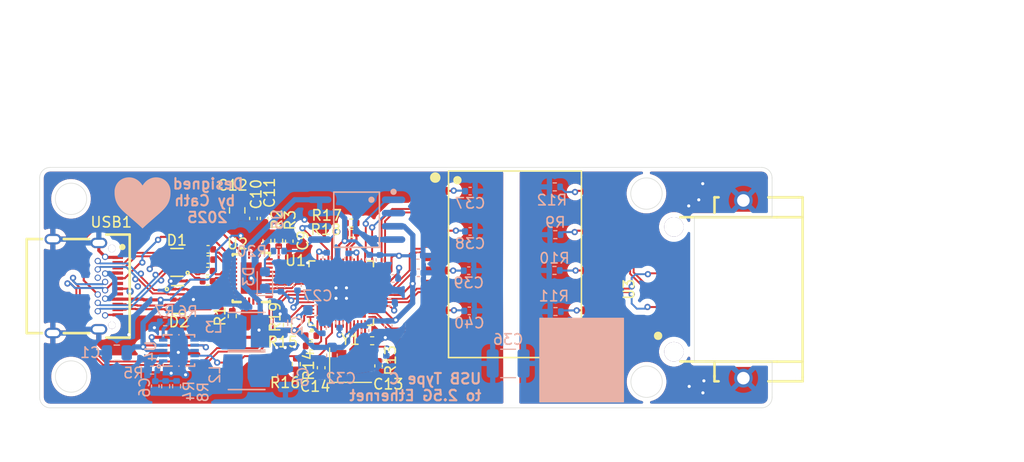
<source format=kicad_pcb>
(kicad_pcb (version 20241229) (generator "pcbnew") (generator_version "9.0")
  (layers (0 "F.Cu" signal) (4 "In1.Cu" signal) (6 "In2.Cu" signal) (2 "B.Cu" signal) (13 "F.Paste" user) (15 "B.Paste" user) (5 "F.SilkS" user "F.Silkscreen") (7 "B.SilkS" user "B.Silkscreen") (1 "F.Mask" user) (3 "B.Mask" user) (25 "Edge.Cuts" user))
  (net 0 "")
  (net 1 "GND")
  (net 2 "ETH_GND")
  (net 3 "Net-(L1-TCT1)")
  (net 4 "Net-(L1-TCT2)")
  (net 5 "Net-(L1-TCT3)")
  (net 6 "Net-(L1-TCT4)")
  (net 7 "SSTX1-")
  (net 8 "RX1+")
  (net 9 "SSTX1+")
  (net 10 "RX1-")
  (net 11 "TX2-")
  (net 12 "TX2+")
  (net 13 "RX2+")
  (net 14 "RX2-")
  (net 15 "Net-(L1-MCT2)")
  (net 16 "MDIN0")
  (net 17 "MD3+")
  (net 18 "MD4-")
  (net 19 "MD1-")
  (net 20 "MD2+")
  (net 21 "MD3-")
  (net 22 "MDIN3")
  (net 23 "MD4+")
  (net 24 "MDIP1")
  (net 25 "MD2-")
  (net 26 "MD1+")
  (net 27 "MDIP2")
  (net 28 "Net-(L1-MCT4)")
  (net 29 "MDIP0")
  (net 30 "Net-(L1-MCT1)")
  (net 31 "Net-(L1-MCT3)")
  (net 32 "MDIP3")
  (net 33 "MDIN1")
  (net 34 "MDIN2")
  (net 35 "Net-(U1-DVDD09_UPS)")
  (net 36 "Net-(U1-CKXTAL1)")
  (net 37 "Net-(U1-CKXTAL2)")
  (net 38 "Net-(U1-GPIO1{slash}SDA)")
  (net 39 "Net-(U1-GPIO2{slash}SCL)")
  (net 40 "Net-(U1-LANWAKEB)")
  (net 41 "Net-(U1-GPI)")
  (net 42 "SPI_SO")
  (net 43 "Net-(U1-GPIO4)")
  (net 45 "SPI_CS")
  (net 47 "Net-(U1-RSET)")
  (net 49 "SPI_CLK")
  (net 50 "EN_EXT_0V95")
  (net 59 "VBUS")
  (net 60 "TX1-")
  (net 62 "Net-(U2-REXT)")
  (net 63 "Net-(U2-CurrentSettingin<1>)")
  (net 65 "CC1")
  (net 66 "TX+")
  (net 68 "TX1+")
  (net 71 "RX-")
  (net 72 "Net-(U2-CurrentSettingin<0>)")
  (net 73 "CC2")
  (net 75 "RX+")
  (net 76 "TX-")
  (net 77 "Net-(U4-DEF_1)")
  (net 78 "Net-(U4-ADJ2)")
  (net 79 "Net-(U4-SW2)")
  (net 80 "Net-(U4-SW1)")
  (net 81 "+3.3V")
  (net 83 "D+")
  (net 84 "D-")
  (net 86 "+0.95V")
  (net 87 "SSTX2-")
  (net 88 "SSTX2+")
  (net 89 "LED0")
  (net 90 "Net-(D3-A)")
  (footprint "easyeda2kicad:XFMR-SMD_HY602401" (layer "F.Cu") (at 157.052616 92.248398 -90)
    (property "Reference" "L1" (hide yes))
    (property "Value" "HY602401")
  )
  (footprint "easyeda2kicad:QFN-56_L6.0-W6.0-P0.35--TL-EP4.7" (layer "F.Cu") (at 140.448388 95.050457 90)
    (property "Reference" "U1")
    (property "Value" "RTL8156BG-CG")
  )
  (footprint "easyeda2kicad:RJ45-SMD_HC-RJ45-055-7_1" (layer "F.Cu") (at 175.410981 94.687771 90)
    (property "Reference" "U3")
    (property "Value" "HC-RJ45-055-7")
  )
  (footprint "easyeda2kicad:DFN-10L_L2.5-W1.0-P0.50-BL" (layer "F.Cu") (at 124.806061 95.670961 -90)
    (property "Reference" "D2")
    (property "Value" "RCLAMP0524P-N")
  )
  (footprint "Capacitor_SMD:C_0402_1005Metric" (layer "F.Cu") (at 138.532177 102.193255 90)
    (property "Reference" "C14")
    (property "Value" "18pF")
  )
  (footprint "Crystal:Crystal_SMD_3225-4Pin_3.2x2.5mm" (layer "F.Cu") (at 141.337722 101.942949)
    (property "Reference" "Y1")
    (property "Value" "25Mhz")
  )
  (footprint "Capacitor_SMD:C_0805_2012Metric" (layer "F.Cu") (at 130.50364 87.134437 -90)
    (property "Reference" "C12")
    (property "Value" "10uF")
  )
  (footprint "easyeda2kicad:DFN-10L_L2.5-W1.0-P0.50-BL" (layer "F.Cu") (at 124.747347 92.114417 90)
    (property "Reference" "D1")
    (property "Value" "RCLAMP0524P-N")
  )
  (footprint "easyeda2kicad:MQFN-28_L4.5-W3.5-P0.40-BL-EP" (layer "F.Cu") (at 131.845023 93.613986 -90)
    (property "Reference" "U2")
    (property "Value" "VL162")
  )
  (footprint "easyeda2kicad:USB-C-SMD_TYPEC-324-BCP24" (layer "F.Cu") (at 115.99096 94.379994 -90)
    (property "Reference" "USB1")
    (property "Value" "TYPEC-324-BCP24")
  )
  (footprint "Capacitor_SMD:C_0402_1005Metric" (layer "F.Cu") (at 127.723267 91.845022)
    (property "Reference" "C3" (hide yes))
    (property "Value" "100nF")
  )
  (footprint "Capacitor_SMD:C_0402_1005Metric" (layer "F.Cu") (at 135.48047 90.080767 90)
    (property "Reference" "C9")
    (property "Value" "100nF")
  )
  (footprint "Resistor_SMD:R_0402_1005Metric" (layer "F.Cu") (at 143.402688 99.608437)
    (property "Reference" "R13")
    (property "Value" "2.49K")
  )
  (footprint "Resistor_SMD:R_0402_1005Metric" (layer "F.Cu") (at 141.41061 88.344983 180)
    (property "Reference" "R17")
    (property "Value" "4.7K")
  )
  (footprint "Resistor_SMD:R_0402_1005Metric" (layer "F.Cu") (at 133.343888 90.070529 90)
    (property "Reference" "R2")
    (property "Value" "10k")
  )
  (footprint "Resistor_SMD:R_0402_1005Metric" (layer "F.Cu") (at 130.034796 97.248481 90)
    (property "Reference" "R1")
    (property "Value" "124k")
  )
  (footprint "Resistor_SMD:R_0402_1005Metric" (layer "F.Cu") (at 141.409286 89.326194 180)
    (property "Reference" "R18")
    (property "Value" "4.7K")
  )
  (footprint "Resistor_SMD:R_0402_1005Metric" (layer "F.Cu") (at 137.55666 99.123762)
    (property "Reference" "R15")
    (property "Value" "4.7K")
  )
  (footprint "Capacitor_SMD:C_0402_1005Metric" (layer "F.Cu") (at 132.052658 87.904437 -90)
    (property "Reference" "C10")
    (property "Value" "100nF")
  )
  (footprint "Resistor_SMD:R_0402_1005Metric" (layer "F.Cu") (at 137.55899 100.111793)
    (property "Reference" "R14")
    (property "Value" "4.7K")
  )
  (footprint "Capacitor_SMD:C_0402_1005Metric" (layer "F.Cu") (at 127.680192 93.9158)
    (property "Reference" "C8" (hide yes))
    (property "Value" "100nF")
  )
  (footprint "Resistor_SMD:R_0402_1005Metric" (layer "F.Cu") (at 135.306517 98.103954 -90)
    (property "Reference" "R19")
    (property "Value" "4.7K")
  )
  (footprint "Capacitor_SMD:C_0402_1005Metric" (layer "F.Cu") (at 144.018987 102.019342 90)
    (property "Reference" "C13")
    (property "Value" "18pF")
  )
  (footprint "Resistor_SMD:R_0402_1005Metric" (layer "F.Cu") (at 134.469135 90.046486 90)
    (property "Reference" "R3")
    (property "Value" "10k")
  )
  (footprint "Resistor_SMD:R_0402_1005Metric" (layer "F.Cu") (at 136.154534 101.839391 90)
    (property "Reference" "R16")
    (property "Value" "4.7K")
  )
  (footprint "Capacitor_SMD:C_0402_1005Metric" (layer "F.Cu") (at 127.675406 92.939439)
    (property "Reference" "C7" (hide yes))
    (property "Value" "100nF")
  )
  (footprint "Capacitor_SMD:C_0402_1005Metric" (layer "F.Cu") (at 127.723267 90.862281)
    (property "Reference" "C4" (hide yes))
    (property "Value" "100nF")
  )
  (footprint "Capacitor_SMD:C_0402_1005Metric" (layer "F.Cu") (at 133.08143 87.905991 -90)
    (property "Reference" "C11")
    (property "Value" "100nF")
  )
  (footprint "Capacitor_SMD:C_0402_1005Metric" (layer "B.Cu") (at 152.760392 89.146436)
    (property "Reference" "C38")
    (property "Value" "100nF")
  )
  (footprint "Capacitor_SMD:C_0402_1005Metric" (layer "B.Cu") (at 122.67503 103.951239 -90)
    (property "Reference" "C6")
    (property "Value" "33pF")
  )
  (footprint "Capacitor_SMD:C_0402_1005Metric" (layer "B.Cu") (at 144.141425 91.883695 90)
    (property "Reference" "C24" (hide yes))
    (property "Value" "100nF")
  )
  (footprint "Capacitor_SMD:C_0603_1608Metric" (layer "B.Cu") (at 139.559394 101.016564 90)
    (property "Reference" "C32")
    (property "Value" "1uF")
  )
  (footprint "Resistor_SMD:R_0402_1005Metric" (layer "B.Cu") (at 124.711184 103.96177 90)
    (property "Reference" "R8")
    (property "Value" "1.8M")
  )
  (footprint "Capacitor_SMD:C_1210_3225Metric" (layer "B.Cu") (at 156.398509 101.781177 180)
    (property "Reference" "C36")
    (property "Value" "1nF 2kV")
  )
  (footprint "Capacitor_SMD:C_0402_1005Metric" (layer "B.Cu") (at 142.723659 98.644573 90)
    (property "Reference" "C19" (hide yes))
    (property "Value" "100nF")
  )
  (footprint "Capacitor_SMD:C_0402_1005Metric" (layer "B.Cu") (at 143.152844 91.867878 90)
    (property "Reference" "C22" (hide yes))
    (property "Value" "100nF")
  )
  (footprint "easyeda2kicad:IND-SMD_L3.5-W3.0" (layer "B.Cu") (at 131.402417 98.698437 180)
    (property "Reference" "L3")
    (property "Value" "2.2uH")
  )
  (footprint "Resistor_SMD:R_0402_1005Metric" (layer "B.Cu") (at 123.667127 103.965592 90)
    (property "Reference" "R4")
    (property "Value" "180k")
  )
  (footprint "LED_SMD:LED_0603_1608Metric" (layer "B.Cu") (at 133.154279 93.803755 90)
    (property "Reference" "D3")
    (property "Value" "LED")
  )
  (footprint "easyeda2kicad:SOIC-8_L5.3-W5.3-P1.27-LS8.0-BL" (layer "B.Cu") (at 141.915765 88.028011 -90)
    (property "Reference" "U5")
    (property "Value" "W25Q16BVSSIG")
  )
  (footprint "Capacitor_SMD:C_0402_1005Metric" (layer "B.Cu") (at 147.769002 91.445655 180)
    (property "Reference" "C26" (hide yes))
    (property "Value" "100nF")
  )
  (footprint "Capacitor_SMD:C_0402_1005Metric" (layer "B.Cu") (at 136.265247 94.312374 -90)
    (property "Reference" "C21" (hide yes))
    (property "Value" "100nF")
  )
  (footprint "Capacitor_SMD:C_0402_1005Metric" (layer "B.Cu") (at 145.072154 95.921657)
    (property "Reference" "C17" (hide yes))
    (property "Value" "100nF")
  )
  (footprint "Capacitor_SMD:C_0603_1608Metric" (layer "B.Cu") (at 138.040971 96.686308 180)
    (property "Reference" "C27")
    (property "Value" "1uF")
  )
  (footprint "Capacitor_SMD:C_0402_1005Metric" (layer "B.Cu") (at 144.942804 98.196217 90)
    (property "Reference" "C25" (hide yes))
    (property "Value" "100nF")
  )
  (footprint "Capacitor_SMD:C_0402_1005Metric" (layer "B.Cu") (at 140.282772 97.883737 -90)
    (property "Reference" "C30" (hide yes))
    (property "Value" "100nF")
  )
  (footprint "Resistor_SMD:R_0402_1005Metric" (layer "B.Cu") (at 134.480083 91.023463)
    (property "Reference" "R20")
    (property "Value" "220R")
  )
  (footprint "Resistor_SMD:R_0402_1005Metric" (layer "B.Cu") (at 122.37255 102.416776 180)
    (property "Reference" "R5")
    (property "Value" "280k")
  )
  (footprint "Capacitor_SMD:C_0402_1005Metric" (layer "B.Cu") (at 141.15137 91.729487 90)
    (property "Reference" "C31" (hide yes))
    (property "Value" "100nF")
  )
  (footprint "Resistor_SMD:R_0402_1005Metric" (layer "B.Cu") (at 123.621569 97.790253 180)
    (property "Reference" "R7")
    (property "Value" "180k")
  )
  (footprint "Capacitor_SMD:C_0402_1005Metric" (layer "B.Cu") (at 134.678402 94.423946 -90)
    (property "Reference" "C20" (hide yes))
    (property "Value" "100nF")
  )
  (footprint "Capacitor_SMD:C_0402_1005Metric" (layer "B.Cu") (at 147.824363 93.10647 180)
    (property "Reference" "C28" (hide yes))
    (property "Value" "100nF")
  )
  (footprint "Resistor_SMD:R_0402_1005Metric" (layer "B.Cu") (at 125.714989 97.805359 180)
    (property "Reference" "R6")
    (property "Value" "910k")
  )
  (footprint "Capacitor_SMD:C_0402_1005Metric" (layer "B.Cu") (at 144.759392 101.524811 90)
    (property "Reference" "C16" (hide yes))
    (property "Value" "100nF")
  )
  (footprint "easyeda2kicad:VSON-10_L3.0-W3.0-P0.50-TL-EP" (layer "B.Cu") (at 124.933632 100.538181)
    (property "Reference" "U4")
    (property "Value" "TPS62420DRCR")
  )
  (footprint "LOGO" (layer "B.Cu") (at 121.458336 86.421363 180)
    (property "Reference" "G***" (hide yes))
    (property "Value" "LOGO" (hide yes))
  )
  (footprint "Capacitor_SMD:C_0402_1005Metric" (layer "B.Cu") (at 152.635928 92.906562)
    (property "Reference" "C39")
    (property "Value" "100nF")
  )
  (footprint "Capacitor_SMD:C_0402_1005Metric" (layer "B.Cu") (at 138.644101 98.415711 -90)
    (property "Reference" "C29" (hide yes))
    (property "Value" "100nF")
  )
  (footprint "Resistor_SMD:R_0402_1005Metric" (layer "B.Cu") (at 160.854344 84.888398 180)
    (property "Reference" "R12")
    (property "Value" "75R")
  )
  (footprint "Resistor_SMD:R_0402_1005Metric" (layer "B.Cu") (at 160.826115 92.880358 180)
    (property "Reference" "R10")
    (property "Value" "75R")
  )
  (footprint "Resistor_SMD:R_0402_1005Metric" (layer "B.Cu") (at 160.905931 89.458398 180)
    (property "Reference" "R9")
    (property "Value" "75R")
  )
  (footprint "Capacitor_SMD:C_0402_1005Metric" (layer "B.Cu") (at 145.401681 93.649531)
    (property "Reference" "C18" (hide yes))
    (property "Value" "100nF")
  )
  (footprint "Resistor_SMD:R_0402_1005Metric" (layer "B.Cu") (at 160.925583 96.819298 180)
    (property "Reference" "R11")
    (property "Value" "75R")
  )
  (footprint "Capacitor_SMD:C_0805_2012Metric" (layer "B.Cu") (at 135.118692 103.078653 90)
    (property "Reference" "C5")
    (property "Value" "22uF")
  )
  (footprint "Capacitor_SMD:C_0805_2012Metric" (layer "B.Cu") (at 134.600236 97.89463 90)
    (property "Reference" "C2")
    (property "Value" "22uF")
  )
  (footprint "Capacitor_SMD:C_0402_1005Metric" (layer "B.Cu") (at 152.683943 96.751129)
    (property "Reference" "C40")
    (property "Value" "100nF")
  )
  (footprint "Capacitor_SMD:C_0402_1005Metric" (layer "B.Cu") (at 152.766943 85.2946)
    (property "Reference" "C37")
    (property "Value" "100nF")
  )
  (footprint "Capacitor_SMD:C_0805_2012Metric" (layer "B.Cu") (at 118.996404 100.760559 180)
    (property "Reference" "C1")
    (property "Value" "10uF")
  )
  (footprint "Capacitor_SMD:C_0402_1005Metric" (layer "B.Cu") (at 139.061144 91.661532 90)
    (property "Reference" "C23" (hide yes))
    (property "Value" "100nF")
  )
  (footprint "easyeda2kicad:IND-SMD_L3.5-W3.0" (layer "B.Cu") (at 131.405107 102.478356 180)
    (property "Reference" "L2")
    (property "Value" "2.2uH")
  )
  (gr_rect (start 159.423351 97.45536) (end 167.423351 105.45536) (stroke (width 0.1)) (fill yes) (layer "B.SilkS"))
  (gr_circle (center 114.626656 103.032257) (end 116.126656 103.032257) (stroke (width 0.05)) (fill no) (layer "Edge.Cuts"))
  (gr_circle (center 114.620793 86.031473) (end 114.620793 87.531473) (stroke (width 0.05)) (fill no) (layer "Edge.Cuts"))
  (gr_line (start 174.199105 87.787771) (end 174.19889 101.590664) (stroke (width 0.05)) (layer "Edge.Cuts"))
  (gr_circle (center 169.617779 85.527308) (end 171.117779 85.527308) (stroke (width 0.05)) (fill no) (layer "Edge.Cuts"))
  (gr_arc (start 181.627899 105.0273) (mid 181.335006 105.734407) (end 180.627899 106.0273) (stroke (width 0.05)) (layer "Edge.Cuts"))
  (gr_arc (start 180.6242 83.027308) (mid 181.331307 83.320201) (end 181.6242 84.027308) (stroke (width 0.05)) (layer "Edge.Cuts"))
  (gr_line (start 111.627944 105.0273) (end 111.624206 84.0273) (stroke (width 0.05)) (layer "Edge.Cuts"))
  (gr_line (start 180.627899 106.0273) (end 112.627899 106.0273) (stroke (width 0.05)) (layer "Edge.Cuts"))
  (gr_circle (center 169.630741 103.527313) (end 171.130741 103.527313) (stroke (width 0.05)) (fill no) (layer "Edge.Cuts"))
  (gr_line (start 181.629048 101.590664) (end 174.19889 101.590664) (stroke (width 0.05)) (layer "Edge.Cuts"))
  (gr_line (start 181.6242 84.026812) (end 181.6242 87.787771) (stroke (width 0.05)) (layer "Edge.Cuts"))
  (gr_arc (start 111.624206 84.027308) (mid 111.917099 83.320201) (end 112.624206 83.027308) (stroke (width 0.05)) (layer "Edge.Cuts"))
  (gr_line (start 181.6242 87.787771) (end 174.199105 87.787771) (stroke (width 0.05)) (layer "Edge.Cuts"))
  (gr_line (start 181.627899 105.0273) (end 181.629048 101.590664) (stroke (width 0.05)) (layer "Edge.Cuts"))
  (gr_arc (start 112.627944 106.0273) (mid 111.920837 105.734407) (end 111.627944 105.0273) (stroke (width 0.05)) (layer "Edge.Cuts"))
  (gr_line (start 112.6242 83.027308) (end 180.6242 83.027308) (stroke (width 0.05)) (layer "Edge.Cuts"))
  (gr_text "Designed \n by Cath\n  2025\n\n\n" (at 131.208336 91.621363 0) (layer "B.SilkS") (effects (font (size 1 1) (thickness 0.2) (bold yes)) (justify left bottom mirror)))
  (gr_text "USB Type C \nto 2.5G Ethernet" (at 153.953499 105.438127 0) (layer "B.SilkS") (effects (font (size 1 1) (thickness 0.2) (bold yes)) (justify left bottom mirror)))
  (segment (start 119.09096 97.129994) (end 117.93096 97.129994) (width 0.2) (layer "F.Cu") (net 1))
  (segment (start 131.918291 93.687254) (end 132.542421 93.687254) (width 0.2) (layer "F.Cu") (net 1))
  (segment (start 139.617416 101.713255) (end 138.532177 101.713255) (width 0.18) (layer "F.Cu") (net 1))
  (segment (start 139.754009 95.050457) (end 140.448388 95.050457) (width 0.18) (layer "F.Cu") (net 1))
  (segment (start 117.93096 91.629994) (end 117.88096 91.579994) (width 0.3) (layer "F.Cu") (net 1))
  (segment (start 144.354763 99.608437) (end 144.656933 99.306267) (width 0.2) (layer "F.Cu") (net 1))
  (segment (start 137.498388 94.520457) (end 139.224009 94.520457) (width 0.18) (layer "F.Cu") (net 1))
  (segment (start 138.071022 101.713255) (end 137.434886 102.349391) (width 0.2) (layer "F.Cu") (net 1))
  (segment (start 132.669153 93.813986) (end 133.545023 93.813986) (width 0.2) (layer "F.Cu") (net 1))
  (segment (start 124.386061 95.670961) (end 125.226061 95.670961) (width 0.2) (layer "F.Cu") (net 1))
  (segment (start 125.226061 95.670961) (end 126.306947 95.670961) (width 0.18) (layer "F.Cu") (net 1))
  (segment (start 124.327347 92.114417) (end 122.777369 92.114417) (width 0.2) (layer "F.Cu") (net 1))
  (segment (start 143.912688 99.608437) (end 144.354763 99.608437) (width 0.2) (layer "F.Cu") (net 1))
  (segment (start 139.224009 94.520457) (end 139.754009 95.050457) (width 0.18) (layer "F.Cu") (net 1))
  (segment (start 126.306947 95.670961) (end 126.316012 95.661896) (width 0.18) (layer "F.Cu") (net 1))
  (segment (start 138.174009 93.470457) (end 139.754009 95.050457) (width 0.18) (layer "F.Cu") (net 1))
  (segment (start 138.532177 101.713255) (end 138.071022 101.713255) (width 0.2) (layer "F.Cu") (net 1))
  (segment (start 140.237722 101.092949) (end 139.617416 101.713255) (width 0.18) (layer "F.Cu") (net 1))
  (segment (start 117.88096 91.579994) (end 117.28096 90.979994) (width 0.3) (layer "F.Cu") (net 1))
  (segment (start 137.498388 93.470457) (end 138.174009 93.470457) (width 0.18) (layer "F.Cu") (net 1))
  (segment (start 117.93096 97.129994) (end 117.88096 97.179994) (width 0.2) (layer "F.Cu") (net 1))
  (segment (start 124.327347 92.114417) (end 125.167347 92.114417) (width 0.2) (layer "F.Cu") (net 1))
  (segment (start 131.845023 93.613986) (end 131.918291 93.687254) (width 0.2) (layer "F.Cu") (net 1))
  (segment (start 117.28096 90.979994) (end 117.28096 90.249994) (width 0.3) (layer "F.Cu") (net 1))
  (segment (start 122.777369 92.114417) (end 122.145949 92.745837) (width 0.2) (layer "F.Cu") (net 1))
  (segment (start 137.434886 102.349391) (end 136.154534 102.349391) (width 0.2) (layer "F.Cu") (net 1))
  (segment (start 119.09096 91.629994) (end 117.93096 91.629994) (width 0.3) (layer "F.Cu") (net 1))
  (segment (start 132.542421 93.687254) (end 132.669153 93.813986) (width 0.2) (layer "F.Cu") (net 1))
  (via (at 134.612284 97.046627) (size 0.7) (drill 0.3) (layers "F.Cu" "B.Cu") (net 1))
  (via (at 124.194079 102.718037) (size 0.6) (drill 0.3) (layers "F.Cu" "B.Cu") (net 1))
  (via (at 122.589241 98.365186) (size 0.6) (drill 0.3) (layers "F.Cu" "B.Cu") (net 1))
  (via (at 122.145949 92.745837) (size 0.6) (drill 0.3) (layers "F.Cu" "B.Cu") (net 1))
  (via (at 125.572552 102.867526) (size 0.7) (drill 0.3) (layers "F.Cu" "B.Cu") (net 1))
  (via (at 136.395637 89.85156) (size 0.7) (drill 0.3) (layers "F.Cu" "B.Cu") (net 1))
  (via (at 136.93916 88.026309) (size 0.6) (drill 0.3) (layers "F.Cu" "B.Cu") (net 1))
  (via (at 144.656933 99.306267) (size 0.6) (drill 0.3) (layers "F.Cu" "B.Cu") (net 1))
  (via (at 126.316012 95.661896) (size 0.6) (drill 0.3) (layers "F.Cu" "B.Cu") (net 1))
  (via (at 137.237908 92.152976) (size 0.7) (drill 0.3) (layers "F.Cu" "B.Cu") (net 1))
  (via (at 131.845023 93.613986) (size 0.6) (drill 0.3) (layers "F.Cu" "B.Cu") (net 1))
  (via (at 120.147041 99.02466) (size 0.7) (drill 0.3) (layers "F.Cu" "B.Cu") (net 1))
  (via (at 121.009246 94.410133) (size 0.6) (drill 0.3) (layers "F.Cu" "B.Cu") (net 1))
  (via (at 124.876314 100.722733) (size 0.6) (drill 0.3) (layers "F.Cu" "B.Cu") (net 1))
  (via (at 124.170278 93.911977) (size 0.6) (drill 0.3) (layers "F.Cu" "B.Cu") (net 1))
  (segment (start 134.612284 97.046627) (end 134.644125 97.078469) (width 0.2) (layer "B.Cu") (net 1))
  (segment (start 134.598513 97.032857) (end 134.612284 97.046627) (width 0.2) (layer "B.Cu") (net 1))
  (via (at 175.107069 103.442247) (size 0.7) (drill 0.3) (layers "F.Cu" "B.Cu") (net 2))
  (via (at 174.996673 84.580325) (size 0.7) (drill 0.3) (layers "F.Cu" "B.Cu") (net 2))
  (via (at 173.656152 86.709388) (size 0.7) (drill 0.3) (layers "F.Cu" "B.Cu") (net 2))
  (via (at 174.618173 86.125867) (size 0.7) (drill 0.3) (layers "F.Cu" "B.Cu") (net 2))
  (via (at 175.012444 104.593519) (size 0.7) (drill 0.3) (layers "F.Cu" "B.Cu") (net 2))
  (via (at 173.703464 103.978456) (size 0.7) (drill 0.3) (layers "F.Cu" "B.Cu") (net 2))
  (segment (start 149.432616 85.268398) (end 151.175112 85.268398) (width 0.2) (layer "F.Cu") (net 3))
  (segment (start 151.175112 85.268398) (end 151.194765 85.248745) (width 0.2) (layer "F.Cu") (net 3))
  (via (at 151.194765 85.248745) (size 0.6) (drill 0.3) (layers "F.Cu" "B.Cu") (net 3))
  (segment (start 152.241088 85.248745) (end 152.286943 85.2946) (width 0.2) (layer "B.Cu") (net 3))
  (segment (start 151.194765 85.248745) (end 152.241088 85.248745) (width 0.2) (layer "B.Cu") (net 3))
  (segment (start 149.0621 89.22379) (end 149.8821 89.22379) (width 0.18) (layer "F.Cu") (net 4))
  (segment (start 149.432616 89.078398) (end 151.400369 89.078398) (width 0.2) (layer "F.Cu") (net 4))
  (segment (start 151.400369 89.078398) (end 151.404389 89.074378) (width 0.2) (layer "F.Cu") (net 4))
  (via (at 151.404389 89.074378) (size 0.6) (drill 0.3) (layers "F.Cu" "B.Cu") (net 4))
  (segment (start 152.208334 89.074378) (end 152.280392 89.146436) (width 0.2) (layer "B.Cu") (net 4))
  (segment (start 151.404389 89.074378) (end 152.208334 89.074378) (width 0.2) (layer "B.Cu") (net 4))
  (segment (start 151.130746 92.888398) (end 151.142359 92.900011) (width 0.2) (layer "F.Cu") (net 5))
  (segment (start 149.432616 92.888398) (end 151.130746 92.888398) (width 0.2) (layer "F.Cu") (net 5))
  (segment (start 149.8821 93.02379) (end 149.0621 93.02379) (width 0.18) (layer "F.Cu") (net 5))
  (via (at 151.142359 92.900011) (size 0.6) (drill 0.3) (layers "F.Cu" "B.Cu") (net 5))
  (segment (start 151.142359 92.900011) (end 152.149377 92.900011) (width 0.2) (layer "B.Cu") (net 5))
  (segment (start 152.149377 92.900011) (end 152.155928 92.906562) (width 0.2) (layer "B.Cu") (net 5))
  (segment (start 151.219925 96.698398) (end 151.220968 96.699441) (width 0.2) (layer "F.Cu") (net 6))
  (segment (start 149.432616 96.698398) (end 151.219925 96.698398) (width 0.2) (layer "F.Cu") (net 6))
  (segment (start 149.8821 96.83379) (end 149.0621 96.83379) (width 0.18) (layer "F.Cu") (net 6))
  (via (at 151.220968 96.699441) (size 0.6) (drill 0.3) (layers "F.Cu" "B.Cu") (net 6))
  (segment (start 152.162479 96.699441) (end 152.208334 96.745296) (width 0.2) (layer "B.Cu") (net 6))
  (segment (start 151.220968 96.699441) (end 152.162479 96.699441) (width 0.2) (layer "B.Cu") (net 6))
  (segment (start 126.185766 91.530617) (end 125.708648 91.530617) (width 0.18) (layer "F.Cu") (net 7))
  (segment (start 119.09096 92.629994) (end 119.44596 92.629994) (width 0.18) (layer "F.Cu") (net 7))
  (segment (start 127.213267 91.845022) (end 127.243267 91.845022) (width 0.2) (layer "F.Cu") (net 7))
  (segment (start 125.624848 91.614417) (end 125.167347 91.614417) (width 0.18) (layer "F.Cu") (net 7))
  (segment (start 123.786046 91.530617) (end 123.869846 91.614417) (width 0.18) (layer "F.Cu") (net 7))
  (segment (start 119.44596 92.629994) (end 119.52976 92.546194) (width 0.18) (layer "F.Cu") (net 7))
  (segment (start 125.708648 91.530617) (end 125.624848 91.614417) (width 0.18) (layer "F.Cu") (net 7))
  (segment (start 126.196531 91.519852) (end 126.185766 91.530617) (width 0.18) (layer "F.Cu") (net 7))
  (segment (start 124.327347 91.614417) (end 125.167347 91.614417) (width 0.18) (layer "F.Cu") (net 7))
  (segment (start 119.809063 92.546194) (end 120.82464 91.530617) (width 0.18) (layer "F.Cu") (net 7))
  (segment (start 120.82464 91.530617) (end 123.786046 91.530617) (width 0.18) (layer "F.Cu") (net 7))
  (segment (start 123.869846 91.614417) (end 124.327347 91.614417) (width 0.18) (layer "F.Cu") (net 7))
  (segment (start 126.918097 91.519852) (end 126.196531 91.519852) (width 0.18) (layer "F.Cu") (net 7))
  (segment (start 127.243267 91.845022) (end 126.918097 91.519852) (width 0.18) (layer "F.Cu") (net 7))
  (segment (start 119.52976 92.546194) (end 119.809063 92.546194) (width 0.18) (layer "F.Cu") (net 7))
  (segment (start 123.84476 94.754761) (end 123.92856 94.670961) (width 0.18) (layer "F.Cu") (net 8))
  (segment (start 125.226061 94.670961) (end 125.683562 94.670961) (width 0.2) (layer "F.Cu") (net 8))
  (segment (start 121.300671 93.189067) (end 121.300671 93.486052) (width 0.18) (layer "F.Cu") (net 8))
  (segment (start 125.757362 94.744761) (end 128.378212 94.744761) (width 0.2) (layer "F.Cu") (net 8))
  (segment (start 123.92856 94.670961) (end 124.386061 94.670961) (width 0.18) (layer "F.Cu") (net 8))
  (segment (start 128.378212 94.744761) (end 129.285187 93.837786) (width 0.2) (layer "F.Cu") (net 8))
  (segment (start 129.596222 93.837786) (end 129.620022 93.813986) (width 0.2) (layer "F.Cu") (net 8))
  (segment (start 125.683562 94.670961) (end 125.757362 94.744761) (width 0.2) (layer "F.Cu") (net 8))
  (segment (start 129.285187 93.837786) (end 129.596222 93.837786) (width 0.2) (layer "F.Cu") (net 8))
  (segment (start 122.56938 94.754761) (end 123.84476 94.754761) (width 0.18) (layer "F.Cu") (net 8))
  (segment (start 124.386061 94.670961) (end 125.226061 94.670961) (width 0.2) (layer "F.Cu") (net 8))
  (segment (start 129.620022 93.813986) (end 130.145023 93.813986) (width 0.2) (layer "F.Cu") (net 8))
  (segment (start 121.300671 93.486052) (end 122.56938 94.754761) (width 0.18) (layer "F.Cu") (net 8))
  (via (at 121.300671 93.189067) (size 0.6) (drill 0.3) (layers "F.Cu" "B.Cu") (net 8))
  (segment (start 120.028413 92.213794) (end 121.003686 93.189067) (width 0.18) (layer "B.Cu") (net 8))
  (segment (start 117.41476 92.213794) (end 120.028413 92.213794) (width 0.18) (layer "B.Cu") (net 8))
  (segment (start 121.003686 93.189067) (end 121.300671 93.189067) (width 0.18) (layer "B.Cu") (net 8))
  (segment (start 117.18096 91.979994) (end 117.41476 92.213794) (width 0.18) (layer "B.Cu") (net 8))
  (segment (start 125.624848 91.114417) (end 125.167347 91.114417) (width 0.18) (layer "F.Cu") (net 9))
  (segment (start 125.708648 91.198217) (end 125.624848 91.114417) (width 0.18) (layer "F.Cu") (net 9))
  (segment (start 119.44596 92.129994) (end 119.52976 92.213794) (width 0.18) (layer "F.Cu") (net 9))
  (segment (start 126.918096 91.187452) (end 126.069328 91.187452) (width 0.18) (layer "F.Cu") (net 9))
  (segment (start 120.686956 91.198217) (end 123.786046 91.198217) (width 0.18) (layer "F.Cu") (net 9))
  (segment (start 124.327347 91.114417) (end 125.167347 91.114417) (width 0.18) (layer "F.Cu") (net 9))
  (segment (start 123.869846 91.114417) (end 124.327347 91.114417) (width 0.18) (layer "F.Cu") (net 9))
  (segment (start 119.52976 92.213794) (end 119.671379 92.213794) (width 0.18) (layer "F.Cu") (net 9))
  (segment (start 127.213267 90.862281) (end 127.243267 90.862281) (width 0.2) (layer "F.Cu") (net 9))
  (segment (start 119.09096 92.129994) (end 119.44596 92.129994) (width 0.18) (layer "F.Cu") (net 9))
  (segment (start 126.058563 91.198217) (end 125.708648 91.198217) (width 0.18) (layer "F.Cu") (net 9))
  (segment (start 127.243267 90.862281) (end 126.918096 91.187452) (width 0.18) (layer "F.Cu") (net 9))
  (segment (start 123.786046 91.198217) (end 123.869846 91.114417) (width 0.18) (layer "F.Cu") (net 9))
  (segment (start 119.671379 92.213794) (end 120.686956 91.198217) (width 0.18) (layer "F.Cu") (net 9))
  (segment (start 126.069328 91.187452) (end 126.058563 91.198217) (width 0.18) (layer "F.Cu") (net 9))
  (segment (start 125.226061 95.170961) (end 125.683562 95.170961) (width 0.2) (layer "F.Cu") (net 10))
  (segment (start 129.620022 94.213986) (end 130.145023 94.213986) (width 0.2) (layer "F.Cu") (net 10))
  (segment (start 123.84476 95.087161) (end 123.92856 95.170961) (width 0.18) (layer "F.Cu") (net 10))
  (segment (start 121.065628 93.721095) (end 122.431694 95.087161) (width 0.18) (layer "F.Cu") (net 10))
  (segment (start 129.596222 94.190186) (end 129.620022 94.213986) (width 0.2) (layer "F.Cu") (net 10))
  (segment (start 120.768643 93.721095) (end 121.065628 93.721095) (width 0.18) (layer "F.Cu") (net 10))
  (segment (start 124.386061 95.170961) (end 125.226061 95.170961) (width 0.2) (layer "F.Cu") (net 10))
  (segment (start 122.431694 95.087161) (end 123.84476 95.087161) (width 0.18) (layer "F.Cu") (net 10))
  (segment (start 125.757362 95.097161) (end 128.524184 95.097161) (width 0.2) (layer "F.Cu") (net 10))
  (segment (start 125.683562 95.170961) (end 125.757362 95.097161) (width 0.2) (layer "F.Cu") (net 10))
  (segment (start 123.92856 95.170961) (end 124.386061 95.170961) (width 0.18) (layer "F.Cu") (net 10))
  (segment (start 129.431159 94.190186) (end 129.596222 94.190186) (width 0.2) (layer "F.Cu") (net 10))
  (segment (start 128.524184 95.097161) (end 129.431159 94.190186) (width 0.2) (layer "F.Cu") (net 10))
  (via (at 120.768643 93.721095) (size 0.6) (drill 0.3) (layers "F.Cu" "B.Cu") (net 10))
  (segment (start 117.41476 92.546194) (end 119.890727 92.546194) (width 0.18) (layer "B.Cu") (net 10))
  (segment (start 117.18096 92.779994) (end 117.41476 92.546194) (width 0.18) (layer "B.Cu") (net 10))
  (segment (start 120.768643 93.42411) (end 120.768643 93.721095) (width 0.18) (layer "B.Cu") (net 10))
  (segment (start 119.890727 92.546194) (end 120.768643 93.42411) (width 0.18) (layer "B.Cu") (net 10))
  (segment (start 129.093585 93.013986) (end 130.145023 93.013986) (width 0.2) (layer "F.Cu") (net 11))
  (segment (start 128.853759 93.253812) (end 129.093585 93.013986) (width 0.2) (layer "F.Cu") (net 11))
  (segment (start 128.155406 92.939439) (end 128.469779 93.253812) (width 0.2) (layer "F.Cu") (net 11))
  (segment (start 128.469779 93.253812) (end 128.853759 93.253812) (width 0.2) (layer "F.Cu") (net 11))
  (segment (start 128.46978 93.606212) (end 128.160192 93.9158) (width 0.2) (layer "F.Cu") (net 12))
  (segment (start 129.084196 93.606212) (end 128.46978 93.606212) (width 0.2) (layer "F.Cu") (net 12))
  (segment (start 128.23135 93.864314) (end 128.176943 93.918721) (width 0.2) (layer "F.Cu") (net 12))
  (segment (start 129.276422 93.413986) (end 129.084196 93.606212) (width 0.2) (layer "F.Cu") (net 12))
  (segment (start 130.145023 93.413986) (end 129.276422 93.413986) (width 0.2) (layer "F.Cu") (net 12))
  (segment (start 120.788847 96.556194) (end 119.922261 96.556194) (width 0.2) (layer "F.Cu") (net 13))
  (segment (start 123.560505 96.593608) (end 120.826261 96.593608) (width 0.2) (layer "F.Cu") (net 13))
  (segment (start 125.683562 96.670961) (end 125.226061 96.670961) (width 0.2) (layer "F.Cu") (net 13))
  (segment (start 124.386061 96.670961) (end 123.637858 96.670961) (width 0.2) (layer "F.Cu") (net 13))
  (segment (start 125.757362 96.597161) (end 125.683562 96.670961) (width 0.2) (layer "F.Cu") (net 13))
  (segment (start 119.848461 96.629994) (end 119.09096 96.629994) (width 0.2) (layer "F.Cu") (net 13))
  (segment (start 130.145023 95.013986) (end 129.620022 95.013986) (width 0.2) (layer "F.Cu") (net 13))
  (segment (start 123.637858 96.670961) (end 123.560505 96.593608) (width 0.2) (layer "F.Cu") (net 13))
  (segment (start 124.386061 96.670961) (end 125.226061 96.670961) (width 0.2) (layer "F.Cu") (net 13))
  (segment (start 119.922261 96.556194) (end 119.848461 96.629994) (width 0.2) (layer "F.Cu") (net 13))
  (segment (start 127.948202 96.597161) (end 125.757362 96.597161) (width 0.2) (layer "F.Cu") (net 13))
  (segment (start 129.596222 94.990186) (end 129.555177 94.990186) (width 0.2) (layer "F.Cu") (net 13))
  (segment (start 129.555177 94.990186) (end 127.948202 96.597161) (width 0.2) (layer "F.Cu") (net 13))
  (segment (start 120.826261 96.593608) (end 120.788847 96.556194) (width 0.2) (layer "F.Cu") (net 13))
  (segment (start 129.620022 95.013986) (end 129.596222 94.990186) (width 0.2) (layer "F.Cu") (net 13))
  (segment (start 119.09096 96.129994) (end 119.848461 96.129994) (width 0.2) (layer "F.Cu") (net 14))
  (segment (start 127.802262 96.244761) (end 125.757362 96.244761) (width 0.2) (layer "F.Cu") (net 14))
  (segment (start 119.848461 96.129994) (end 119.922261 96.203794) (width 0.2) (layer "F.Cu") (net 14))
  (segment (start 129.620022 94.613986) (end 129.596222 94.637786) (width 0.2) (layer "F.Cu") (net 14))
  (segment (start 123.630752 96.170961) (end 124.386061 96.170961) (width 0.2) (layer "F.Cu") (net 14))
  (segment (start 123.560505 96.241208) (end 123.630752 96.170961) (width 0.2) (layer "F.Cu") (net 14))
  (segment (start 124.386061 96.170961) (end 125.226061 96.170961) (width 0.2) (layer "F.Cu") (net 14))
  (segment (start 120.961117 96.241208) (end 123.560505 96.241208) (width 0.2) (layer "F.Cu") (net 14))
  (segment (start 129.409237 94.637786) (end 127.802262 96.244761) (width 0.2) (layer "F.Cu") (net 14))
  (segment (start 130.145023 94.613986) (end 129.620022 94.613986) (width 0.2) (layer "F.Cu") (net 14))
  (segment (start 129.596222 94.637786) (end 129.409237 94.637786) (width 0.2) (layer "F.Cu") (net 14))
  (segment (start 120.961117 96.241208) (end 120.923703 96.203794) (width 0.2) (layer "F.Cu") (net 14))
  (segment (start 125.683562 96.170961) (end 125.226061 96.170961) (width 0.2) (layer "F.Cu") (net 14))
  (segment (start 125.226061 96.170961) (end 125.227692 96.170961) (width 0.2) (layer "F.Cu") (net 14))
  (segment (start 125.757362 96.244761) (end 125.683562 96.170961) (width 0.2) (layer "F.Cu") (net 14))
  (segment (start 120.923703 96.203794) (end 119.922261 96.203794) (width 0.2) (layer "F.Cu") (net 14))
  (segment (start 164.672616 89.078398) (end 162.892129 89.078398) (width 0.2) (layer "F.Cu") (net 15))
  (segment (start 162.892129 89.078398) (end 162.758584 89.211943) (width 0.2) (layer "F.Cu") (net 15))
  (via (at 162.758584 89.211943) (size 0.6) (drill 0.3) (layers "F.Cu" "B.Cu") (net 15))
  (segment (start 162.758584 89.211943) (end 161.662386 89.211943) (width 0.2) (layer "B.Cu") (net 15))
  (segment (start 161.662386 89.211943) (end 161.415931 89.458398) (width 0.2) (layer "B.Cu") (net 15))
  (segment (start 147.632615 97.968398) (end 149.432616 97.968398) (width 0.18) (layer "F.Cu") (net 16))
  (segment (start 145.259002 98.432198) (end 147.168815 98.432198) (width 0.18) (layer "F.Cu") (net 16))
  (segment (start 143.816061 96.989257) (end 145.259002 98.432198) (width 0.18) (layer "F.Cu") (net 16))
  (segment (start 143.407188 96.989257) (end 143.816061 96.989257) (width 0.18) (layer "F.Cu") (net 16))
  (segment (start 147.168815 98.432198) (end 147.632615 97.968398) (width 0.18) (layer "F.Cu") (net 16))
  (segment (start 166.472617 91.608398) (end 166.941417 91.139598) (width 0.18) (layer "F.Cu") (net 17))
  (segment (start 164.672616 91.608398) (end 166.472617 91.608398) (width 0.18) (layer "F.Cu") (net 17))
  (segment (start 169.708135 94.853971) (end 170.747181 94.853971) (width 0.18) (layer "F.Cu") (net 17))
  (segment (start 166.941417 91.139598) (end 167.471245 91.139598) (width 0.18) (layer "F.Cu") (net 17))
  (segment (start 170.747181 94.853971) (end 171.090981 95.197771) (width 0.18) (layer "F.Cu") (net 17))
  (segment (start 167.471245 91.139598) (end 168.060692 91.729045) (width 0.18) (layer "F.Cu") (net 17))
  (segment (start 168.060692 91.729045) (end 168.060692 93.206528) (width 0.18) (layer "F.Cu") (net 17))
  (segment (start 171.090981 95.197771) (end 171.940981 95.197771) (width 0.18) (layer "F.Cu") (net 17))
  (segment (start 168.060692 93.206528) (end 169.708135 94.853971) (width 0.18) (layer "F.Cu") (net 17))
  (segment (start 169.324095 89.020255) (end 169.324095 90.714611) (width 0.18) (layer "F.Cu") (net 18))
  (segment (start 166.946417 87.002198) (end 167.306038 87.002198) (width 0.18) (layer "F.Cu") (net 18))
  (segment (start 167.306038 87.002198) (end 169.324095 89.020255) (width 0.18) (layer "F.Cu") (net 18))
  (segment (start 170.747181 91.461571) (end 171.090981 91.117771) (width 0.18) (layer "F.Cu") (net 18))
  (segment (start 169.324095 90.714611) (end 170.071055 91.461571) (width 0.18) (layer "F.Cu") (net 18))
  (segment (start 171.090981 91.117771) (end 171.940981 91.117771) (width 0.18) (layer "F.Cu") (net 18))
  (segment (start 170.071055 91.461571) (end 170.747181 91.461571) (width 0.18) (layer "F.Cu") (net 18))
  (segment (start 164.672616 86.528398) (end 166.472617 86.528398) (width 0.18) (layer "F.Cu") (net 18))
  (segment (start 166.472617 86.528398) (end 166.946417 87.002198) (width 0.18) (layer "F.Cu") (net 18))
  (segment (start 164.672616 97.968398) (end 166.472617 97.968398) (width 0.18) (layer "F.Cu") (net 19))
  (segment (start 166.936417 98.432198) (end 167.739791 98.432198) (width 0.18) (layer "F.Cu") (net 19))
  (segment (start 166.472617 97.968398) (end 166.936417 98.432198) (width 0.18) (layer "F.Cu") (net 19))
  (segment (start 170.14098 97.237771) (end 171.940981 97.237771) (width 0.18) (layer "F.Cu") (net 19))
  (segment (start 165.130382 98.122072) (end 165.1221 98.11379) (width 0.18) (layer "F.Cu") (net 19))
  (segment (start 169.79718 97.581571) (end 170.14098 97.237771) (width 0.18) (layer "F.Cu") (net 19))
  (segment (start 168.590418 97.581571) (end 169.79718 97.581571) (width 0.18) (layer "F.Cu") (net 19))
  (segment (start 167.739791 98.432198) (end 168.590418 97.581571) (width 0.18) (layer "F.Cu") (net 19))
  (segment (start 166.936417 94.954598) (end 167.995146 94.954598) (width 0.18) (layer "F.Cu") (net 20))
  (segment (start 167.995146 94.954598) (end 168.205146 95.164598) (width 0.18) (layer "F.Cu") (net 20))
  (segment (start 169.719065 96.377328) (end 169.723738 96.382001) (width 0.18) (layer "F.Cu") (net 20))
  (segment (start 164.672616 95.418398) (end 166.472617 95.418398) (width 0.18) (layer "F.Cu") (net 20))
  (segment (start 169.723738 96.382001) (end 171.421966 96.382001) (width 0.18) (layer "F.Cu") (net 20))
  (segment (start 166.472617 95.418398) (end 166.936417 94.954598) (width 0.18) (layer "F.Cu") (net 20))
  (via (at 168.205146 95.164598) (size 0.6) (drill 0.3) (layers "F.Cu" "B.Cu") (net 20))
  (via (at 169.719065 96.377328) (size 0.6) (drill 0.3) (layers "F.Cu" "B.Cu") (net 20))
  (segment (start 169.719065 96.377328) (end 169.55889 96.537503) (width 0.18) (layer "B.Cu") (net 20))
  (segment (start 168.690522 96.537503) (end 168.205146 96.052127) (width 0.18) (layer "B.Cu") (net 20))
  (segment (start 168.205146 96.052127) (end 168.205146 95.164598) (width 0.18) (layer "B.Cu") (net 20))
  (segment (start 169.55889 96.537503) (end 168.690522 96.537503) (width 0.18) (layer "B.Cu") (net 20))
  (segment (start 169.845819 94.521571) (end 170.747181 94.521571) (width 0.18) (layer "F.Cu") (net 21))
  (segment (start 164.672616 90.338398) (end 166.472617 90.338398) (width 0.18) (layer "F.Cu") (net 21))
  (segment (start 166.472617 90.338398) (end 166.941417 90.807198) (width 0.18) (layer "F.Cu") (net 21))
  (segment (start 168.393092 93.068844) (end 169.845819 94.521571) (width 0.18) (layer "F.Cu") (net 21))
  (segment (start 165.132273 90.503963) (end 165.1221 90.49379) (width 0.18) (layer "F.Cu") (net 21))
  (segment (start 170.747181 94.521571) (end 171.090981 94.177771) (width 0.18) (layer "F.Cu") (net 21))
  (segment (start 167.608929 90.807198) (end 168.393092 91.591361) (width 0.18) (layer "F.Cu") (net 21))
  (segment (start 171.090981 94.177771) (end 171.940981 94.177771) (width 0.18) (layer "F.Cu") (net 21))
  (segment (start 166.941417 90.807198) (end 167.608929 90.807198) (width 0.18) (layer "F.Cu") (net 21))
  (segment (start 168.393092 91.591361) (end 168.393092 93.068844) (width 0.18) (layer "F.Cu") (net 21))
  (segment (start 148.612616 86.528398) (end 149.432616 86.528398) (width 0.18) (layer "F.Cu") (net 22))
  (segment (start 143.398388 93.120457) (end 143.773388 93.120457) (width 0.18) (layer "F.Cu") (net 22))
  (segment (start 147.632615 86.528398) (end 149.432616 86.528398) (width 0.18) (layer "F.Cu") (net 22))
  (segment (start 145.325422 87.002198) (end 147.158815 87.002198) (width 0.18) (layer "F.Cu") (net 22))
  (segment (start 144.305211 88.022409) (end 145.325422 87.002198) (width 0.18) (layer "F.Cu") (net 22))
  (segment (start 147.158815 87.002198) (end 147.632615 86.528398) (width 0.18) (layer "F.Cu") (net 22))
  (segment (start 143.990704 93.129257) (end 144.305211 92.81475) (width 0.18) (layer "F.Cu") (net 22))
  (segment (start 143.782188 93.129257) (end 143.990704 93.129257) (width 0.18) (layer "F.Cu") (net 22))
  (segment (start 143.773388 93.120457) (end 143.782188 93.129257) (width 0.18) (layer "F.Cu") (net 22))
  (segment (start 144.305211 92.81475) (end 144.305211 88.022409) (width 0.18) (layer "F.Cu") (net 22))
  (segment (start 170.747181 91.793971) (end 171.090981 92.137771) (width 0.18) (layer "F.Cu") (net 23))
  (segment (start 168.991695 90.852295) (end 169.933371 91.793971) (width 0.18) (layer "F.Cu") (net 23))
  (segment (start 169.933371 91.793971) (end 170.747181 91.793971) (width 0.18) (layer "F.Cu") (net 23))
  (segment (start 167.168354 87.334598) (end 168.991695 89.157939) (width 0.18) (layer "F.Cu") (net 23))
  (segment (start 168.991695 89.157939) (end 168.991695 90.852295) (width 0.18) (layer "F.Cu") (net 23))
  (segment (start 164.672616 87.808398) (end 166.472617 87.808398) (width 0.18) (layer "F.Cu") (net 23))
  (segment (start 166.946417 87.334598) (end 167.168354 87.334598) (width 0.18) (layer "F.Cu") (net 23))
  (segment (start 166.472617 87.808398) (end 166.946417 87.334598) (width 0.18) (layer "F.Cu") (net 23))
  (segment (start 171.090981 92.137771) (end 171.940981 92.137771) (width 0.18) (layer "F.Cu") (net 23))
  (segment (start 146.852957 95.921657) (end 147.820016 94.954598) (width 0.18) (layer "F.Cu") (net 24))
  (segment (start 143.773388 95.930457) (end 143.782188 95.921657) (width 0.18) (layer "F.Cu") (net 24))
  (segment (start 147.820016 94.954598) (end 148.148816 94.954598) (width 0.18) (layer "F.Cu") (net 24))
  (segment (start 143.782188 95.921657) (end 146.852957 95.921657) (width 0.18) (layer "F.Cu") (net 24))
  (segment (start 143.398388 95.930457) (end 143.773388 95.930457) (width 0.18) (layer "F.Cu") (net 24))
  (segment (start 149.8821 95.57379) (end 149.0621 95.57379) (width 0.18) (layer "F.Cu") (net 24))
  (segment (start 148.148816 94.954598) (end 148.612616 95.418398) (width 0.18) (layer "F.Cu") (net 24))
  (segment (start 148.612616 95.418398) (end 149.432616 95.418398) (width 0.18) (layer "F.Cu") (net 24))
  (segment (start 169.754554 93.241516) (end 169.838298 93.157771) (width 0.18) (layer "F.Cu") (net 25))
  (segment (start 166.936417 94.622198) (end 167.995146 94.622198) (width 0.18) (layer "F.Cu") (net 25))
  (segment (start 164.672616 94.158398) (end 166.472617 94.158398) (width 0.18) (layer "F.Cu") (net 25))
  (segment (start 167.995146 94.622198) (end 168.205146 94.412198) (width 0.18) (layer "F.Cu") (net 25))
  (segment (start 166.472617 94.158398) (end 166.936417 94.622198) (width 0.18) (layer "F.Cu") (net 25))
  (segment (start 169.838298 93.157771) (end 171.586196 93.157771) (width 0.18) (layer "F.Cu") (net 25))
  (via (at 169.754554 93.241516) (size 0.6) (drill 0.3) (layers "F.Cu" "B.Cu") (net 25))
  (via (at 168.205146 94.412198) (size 0.6) (drill 0.3) (layers "F.Cu" "B.Cu") (net 25))
  (segment (start 168.564837 93.241516) (end 168.205146 93.601207) (width 0.18) (layer "B.Cu") (net 25))
  (segment (start 168.205146 93.601207) (end 168.205146 94.412198) (width 0.18) (layer "B.Cu") (net 25))
  (segment (start 169.754554 93.241516) (end 168.564837 93.241516) (width 0.18) (layer "B.Cu") (net 25))
  (segment (start 170.14098 98.257771) (end 171.940981 98.257771) (width 0.18) (layer "F.Cu") (net 26))
  (segment (start 169.79718 97.913971) (end 170.14098 98.257771) (width 0.18) (layer "F.Cu") (net 26))
  (segment (start 164.672616 99.228398) (end 166.472617 99.228398) (width 0.18) (layer "F.Cu") (net 26))
  (segment (start 167.877475 98.764598) (end 168.728102 97.913971) (width 0.18) (layer "F.Cu") (net 26))
  (segment (start 166.472617 99.228398) (end 166.936417 98.764598) (width 0.18) (layer "F.Cu") (net 26))
  (segment (start 166.936417 98.764598) (end 167.877475 98.764598) (width 0.18) (layer "F.Cu") (net 26))
  (segment (start 168.728102 97.913971) (end 169.79718 97.913971) (width 0.18) (layer "F.Cu") (net 26))
  (segment (start 147.319636 91.455854) (end 147.635892 91.139598) (width 0.18) (layer "F.Cu") (net 27))
  (segment (start 143.398388 94.870457) (end 143.773388 94.870457) (width 0.18) (layer "F.Cu") (net 27))
  (segment (start 143.773388 94.870457) (end 143.782188 94.861657) (width 0.18) (layer "F.Cu") (net 27))
  (segment (start 148.143816 91.139598) (end 148.612616 91.608398) (width 0.18) (layer "F.Cu") (net 27))
  (segment (start 147.635892 91.139598) (end 148.143816 91.139598) (width 0.18) (layer "F.Cu") (net 27))
  (segment (start 143.782188 94.861657) (end 145.464649 94.861657) (width 0.18) (layer "F.Cu") (net 27))
  (segment (start 148.612616 91.608398) (end 149.432616 91.608398) (width 0.18) (layer "F.Cu") (net 27))
  (segment (start 149.8821 91.75379) (end 149.0621 91.75379) (width 0.18) (layer "F.Cu") (net 27))
  (segment (start 147.319636 93.00667) (end 147.319636 91.455854) (width 0.18) (layer "F.Cu") (net 27))
  (segment (start 145.464649 94.861657) (end 147.319636 93.00667) (width 0.18) (layer "F.Cu") (net 27))
  (segment (start 164.672616 96.698398) (end 162.959423 96.698398) (width 0.2) (layer "F.Cu") (net 28))
  (segment (start 162.959423 96.698398) (end 162.948555 96.709266) (width 0.2) (layer "F.Cu") (net 28))
  (via (at 162.948555 96.709266) (size 0.6) (drill 0.3) (layers "F.Cu" "B.Cu") (net 28))
  (segment (start 161.545615 96.709266) (end 161.435583 96.819298) (width 0.2) (layer "B.Cu") (net 28))
  (segment (start 162.948555 96.709266) (end 161.545615 96.709266) (width 0.2) (layer "B.Cu") (net 28))
  (segment (start 147.168815 98.764598) (end 147.632615 99.228398) (width 0.18) (layer "F.Cu") (net 29))
  (segment (start 143.407188 97.321657) (end 143.678377 97.321657) (width 0.18) (layer "F.Cu") (net 29))
  (segment (start 145.121318 98.764598) (end 147.168815 98.764598) (width 0.18) (layer "F.Cu") (net 29))
  (segment (start 147.632615 99.228398) (end 149.432616 99.228398) (width 0.18) (layer "F.Cu") (net 29))
  (segment (start 149.8821 99.38379) (end 149.0621 99.38379) (width 0.18) (layer "F.Cu") (net 29))
  (segment (start 143.678377 97.321657) (end 145.121318 98.764598) (width 0.18) (layer "F.Cu") (net 29))
  (segment (start 164.672616 85.268398) (end 162.902698 85.268398) (width 0.2) (layer "F.Cu") (net 30))
  (segment (start 162.902698 85.268398) (end 162.791337 85.379759) (width 0.2) (layer "F.Cu") (net 30))
  (via (at 162.791337 85.379759) (size 0.6) (drill 0.3) (layers "F.Cu" "B.Cu") (net 30))
  (segment (start 161.855705 85.379759) (end 161.364344 84.888398) (width 0.2) (layer "B.Cu") (net 30))
  (segment (start 162.791337 85.379759) (end 161.855705 85.379759) (width 0.2) (layer "B.Cu") (net 30))
  (segment (start 164.672616 92.888398) (end 162.848805 92.888398) (width 0.2) (layer "F.Cu") (net 31))
  (segment (start 162.848805 92.888398) (end 162.843743 92.89346) (width 0.2) (layer "F.Cu") (net 31))
  (via (at 162.843743 92.89346) (size 0.6) (drill 0.3) (layers "F.Cu" "B.Cu") (net 31))
  (segment (start 162.843743 92.89346) (end 161.349217 92.89346) (width 0.2) (layer "B.Cu") (net 31))
  (segment (start 161.349217 92.89346) (end 161.336115 92.880358) (width 0.2) (layer "B.Cu") (net 31))
  (segment (start 149.0621 87.94379) (end 149.8821 87.94379) (width 0.18) (layer "F.Cu") (net 32))
  (segment (start 144.637611 92.952434) (end 144.637611 88.160093) (width 0.18) (layer "F.Cu") (net 32))
  (segment (start 143.773388 93.470457) (end 143.782188 93.461657) (width 0.18) (layer "F.Cu") (net 32))
  (segment (start 145.463106 87.334598) (end 147.158815 87.334598) (width 0.18) (layer "F.Cu") (net 32))
  (segment (start 144.128388 93.461657) (end 144.637611 92.952434) (width 0.18) (layer "F.Cu") (net 32))
  (segment (start 144.637611 88.160093) (end 145.463106 87.334598) (width 0.18) (layer "F.Cu") (net 32))
  (segment (start 147.632615 87.808398) (end 149.432616 87.808398) (width 0.18) (layer "F.Cu") (net 32))
  (segment (start 143.782188 93.461657) (end 144.128388 93.461657) (width 0.18) (layer "F.Cu") (net 32))
  (segment (start 148.612616 87.808398) (end 149.432616 87.808398) (width 0.18) (layer "F.Cu") (net 32))
  (segment (start 147.158815 87.334598) (end 147.632615 87.808398) (width 0.18) (layer "F.Cu") (net 32))
  (segment (start 143.398388 93.470457) (end 143.773388 93.470457) (width 0.18) (layer "F.Cu") (net 32))
  (segment (start 143.782188 95.589257) (end 146.715273 95.589257) (width 0.18) (layer "F.Cu") (net 33))
  (segment (start 143.398388 95.580457) (end 143.773388 95.580457) (width 0.18) (layer "F.Cu") (net 33))
  (segment (start 143.773388 95.580457) (end 143.782188 95.589257) (width 0.18) (layer "F.Cu") (net 33))
  (segment (start 148.148816 94.622198) (end 148.612616 94.158398) (width 0.18) (layer "F.Cu") (net 33))
  (segment (start 146.715273 95.589257) (end 147.682332 94.622198) (width 0.18) (layer "F.Cu") (net 33))
  (segment (start 147.682332 94.622198) (end 148.148816 94.622198) (width 0.18) (layer "F.Cu") (net 33))
  (segment (start 148.612616 94.158398) (end 149.432616 94.158398) (width 0.18) (layer "F.Cu") (net 33))
  (segment (start 143.782188 94.529257) (end 145.326965 94.529257) (width 0.18) (layer "F.Cu") (net 34))
  (segment (start 147.498208 90.807198) (end 148.143816 90.807198) (width 0.18) (layer "F.Cu") (net 34))
  (segment (start 143.398388 94.520457) (end 143.773388 94.520457) (width 0.18) (layer "F.Cu") (net 34))
  (segment (start 146.987236 92.868986) (end 146.987236 91.31817) (width 0.18) (layer "F.Cu") (net 34))
  (segment (start 148.612616 90.338398) (end 149.432616 90.338398) (width 0.18) (layer "F.Cu") (net 34))
  (segment (start 143.773388 94.520457) (end 143.782188 94.529257) (width 0.18) (layer "F.Cu") (net 34))
  (segment (start 148.143816 90.807198) (end 148.612616 90.338398) (width 0.18) (layer "F.Cu") (net 34))
  (segment (start 146.987236 91.31817) (end 147.498208 90.807198) (width 0.18) (layer "F.Cu") (net 34))
  (segment (start 145.326965 94.529257) (end 146.987236 92.868986) (width 0.18) (layer "F.Cu") (net 34))
  (segment (start 136.563414 97.12206) (end 137.055017 96.630457) (width 0.18) (layer "F.Cu") (net 35))
  (segment (start 136.412139 97.316685) (end 136.563414 97.16541) (width 0.18) (layer "F.Cu") (net 35))
  (segment (start 137.055017 96.630457) (end 137.498388 96.630457) (width 0.18) (layer "F.Cu") (net 35))
  (segment (start 136.563414 97.16541) (end 136.563414 97.12206) (width 0.18) (layer "F.Cu") (net 35))
  (via (at 136.412139 97.316685) (size 0.6) (drill 0.3) (layers "F.Cu" "B.Cu") (net 35))
  (segment (start 137.265971 96.686308) (end 137.042516 96.686308) (width 0.3) (layer "B.Cu") (net 35))
  (segment (start 137.042516 96.686308) (end 136.412139 97.316685) (width 0.3) (layer "B.Cu") (net 35))
  (segment (start 142.437722 101.092949) (end 143.572594 101.092949) (width 0.2) (layer "F.Cu") (net 36))
  (segment (start 143.572594 101.092949) (end 144.018987 101.539342) (width 0.2) (layer "F.Cu") (net 36))
  (segment (start 142.437722 101.092949) (end 142.028388 100.683615) (width 0.2) (layer "F.Cu") (net 36))
  (segment (start 142.028388 100.683615) (end 142.028388 98.000457) (width 0.2) (layer "F.Cu") (net 36))
  (segment (start 141.678388 98.000457) (end 141.678388 100.075797) (width 0.2) (layer "F.Cu") (net 37))
  (segment (start 138.651871 102.792949) (end 138.53058 102.671658) (width 0.2) (layer "F.Cu") (net 37))
  (segment (start 141.320047 100.434138) (end 141.320047 101.710624) (width 0.2) (layer "F.Cu") (net 37))
  (segment (start 141.678388 100.075797) (end 141.320047 100.434138) (width 0.2) (layer "F.Cu") (net 37))
  (segment (start 141.320047 101.710624) (end 140.237722 102.792949) (width 0.2) (layer "F.Cu") (net 37))
  (segment (start 140.237722 102.792949) (end 138.651871 102.792949) (width 0.2) (layer "F.Cu") (net 37))
  (segment (start 140.978388 90.564332) (end 141.433771 90.108949) (width 0.2) (layer "F.Cu") (net 38))
  (segment (start 140.978388 92.100457) (end 140.978388 90.564332) (width 0.2) (layer "F.Cu") (net 38))
  (segment (start 141.433771 90.108949) (end 141.433771 88.831822) (width 0.2) (layer "F.Cu") (net 38))
  (segment (start 141.433771 88.831822) (end 141.92061 88.344983) (width 0.2) (layer "F.Cu") (net 38))
  (segment (start 141.970861 89.09043) (end 141.971088 89.090203) (width 0.18) (layer "F.Cu") (net 39))
  (segment (start 141.904771 90.063627) (end 141.904771 89.340709) (width 0.2) (layer "F.Cu") (net 39))
  (segment (start 141.328388 92.100457) (end 141.328388 90.64001) (width 0.2) (layer "F.Cu") (net 39))
  (segment (start 141.904771 89.340709) (end 141.919286 89.326194) (width 0.2) (layer "F.Cu") (net 39))
  (segment (start 141.328388 90.64001) (end 141.904771 90.063627) (width 0.2) (layer "F.Cu") (net 39))
  (segment (start 138.168388 98.000457) (end 138.168388 99.022034) (width 0.18) (layer "F.Cu") (net 40))
  (segment (start 138.168388 99.022034) (end 138.06666 99.123762) (width 0.18) (layer "F.Cu") (net 40))
  (segment (start 138.52766 99.653123) (end 138.06899 100.111793) (width 0.18) (layer "F.Cu") (net 41))
  (segment (start 138.518388 98.000457) (end 138.52766 98.009729) (width 0.18) (layer "F.Cu") (net 41))
  (segment (start 138.52766 98.009729) (end 138.52766 99.653123) (width 0.18) (layer "F.Cu") (net 41))
  (segment (start 143.400913 92.767932) (end 143.398388 92.770457) (width 0.18) (layer "F.Cu") (net 42))
  (segment (start 143.400913 88.767863) (end 143.400913 92.767932) (width 0.18) (layer "F.Cu") (net 42))
  (via (at 143.400913 88.767863) (size 0.6) (drill 0.3) (layers "F.Cu" "B.Cu") (net 42))
  (segment (start 144.770765 87.398011) (end 145.445765 87.398011) (width 0.18) (layer "B.Cu") (net 42))
  (segment (start 143.400913 88.767863) (end 144.770765 87.398011) (width 0.18) (layer "B.Cu") (net 42))
  (segment (start 136.710638 96.280457) (end 137.498388 96.280457) (width 0.18) (layer "F.Cu") (net 43))
  (segment (start 135.506704 97.48439) (end 136.710638 96.280457) (width 0.18) (layer "F.Cu") (net 43))
  (segment (start 142.79228 90.739879) (end 142.728388 90.803771) (width 0.18) (layer "F.Cu") (net 45))
  (segment (start 142.79228 88.415925) (end 142.79228 90.739879) (width 0.18) (layer "F.Cu") (net 45))
  (segment (start 142.728388 90.803771) (end 142.728388 92.100457) (width 0.18) (layer "F.Cu") (net 45))
  (via (at 142.79228 88.415925) (size 0.6) (drill 0.3) (layers "F.Cu" "B.Cu") (net 45))
  (segment (start 144.770765 86.118011) (end 145.445765 86.118011) (width 0.18) (layer "B.Cu") (net 45))
  (segment (start 142.79228 88.415925) (end 142.79228 88.096496) (width 0.18) (layer "B.Cu") (net 45))
  (segment (start 142.79228 88.096496) (end 144.770765 86.118011) (width 0.18) (layer "B.Cu") (net 45))
  (segment (start 142.728388 99.444137) (end 142.892688 99.608437) (width 0.2) (layer "F.Cu") (net 47))
  (segment (start 142.728388 98.000457) (end 142.728388 99.444137) (width 0.2) (layer "F.Cu") (net 47))
  (segment (start 137.75123 89.846994) (end 138.099939 89.846994) (width 0.18) (layer "F.Cu") (net 49))
  (segment (start 138.099939 89.846994) (end 139.218388 90.965443) (width 0.18) (layer "F.Cu") (net 49))
  (segment (start 136.739805 88.835569) (end 137.75123 89.846994) (width 0.18) (layer "F.Cu") (net 49))
  (segment (start 139.218388 90.965443) (end 139.218388 92.100457) (width 0.18) (layer "F.Cu") (net 49))
  (via (at 136.739805 88.835569) (size 0.6) (drill 0.3) (layers "F.Cu" "B.Cu") (net 49))
  (segment (start 136.739805 88.835569) (end 136.917363 88.658011) (width 0.2) (layer "B.Cu") (net 49))
  (segment (start 136.917363 88.658011) (end 138.385765 88.658011) (width 0.2) (layer "B.Cu") (net 49))
  (segment (start 139.007848 100.354936) (end 139.007848 99.406472) (width 0.18) (layer "F.Cu") (net 50))
  (segment (start 139.568388 98.845932) (end 139.568388 98.000457) (width 0.18) (layer "F.Cu") (net 50))
  (segment (start 130.585145 101.695816) (end 131.19839 101.082571) (width 0.18) (layer "F.Cu") (net 50))
  (segment (start 138.280213 101.082571) (end 139.007848 100.354936) (width 0.18) (layer "F.Cu") (net 50))
  (segment (start 128.591914 101.695816) (end 130.585145 101.695816) (width 0.18) (layer "F.Cu") (net 50))
  (segment (start 131.19839 101.082571) (end 138.280213 101.082571) (width 0.18) (layer "F.Cu") (net 50))
  (segment (start 139.007848 99.406472) (end 139.568388 98.845932) (width 0.18) (layer "F.Cu") (net 50))
  (via (at 128.591914 101.695816) (size 0.6) (drill 0.3) (layers "F.Cu" "B.Cu") (net 50))
  (segment (start 128.591914 101.695816) (end 128.591914 101.649693) (width 0.18) (layer "B.Cu") (net 50))
  (segment (start 128.591914 101.649693) (end 127.980402 101.038181) (width 0.18) (layer "B.Cu") (net 50))
  (segment (start 127.980402 101.038181) (end 126.433632 101.038181) (width 0.18) (layer "B.Cu") (net 50))
  (segment (start 132.445023 91.413986) (end 132.445023 91.165812) (width 0.2) (layer "F.Cu") (net 59))
  (segment (start 117.93096 95.629994) (end 117.88096 95.579994) (width 0.3) (layer "F.Cu") (net 59))
  (segment (start 130.839741 89.560529) (end 130.838857 89.559645) (width 0.2) (layer "F.Cu") (net 59))
  (segment (start 121.653289 100.054531) (end 121.507943 100.199877) (width 0.2) (layer "F.Cu") (net 59))
  (segment (start 120.935796 95.629994) (end 121.51488 95.629994) (width 0.3) (layer "F.Cu") (net 59))
  (segment (start 121.51488 95.629994) (end 121.585672 95.700786) (width 0.3) (layer "F.Cu") (net 59))
  (segment (start 121.585672 95.700786) (end 123.183026 95.700786) (width 0.3) (layer "F.Cu") (net 59))
  (segment (start 117.93096 93.129994) (end 117.88096 93.179994) (width 0.3) (layer "F.Cu") (net 59))
  (segment (start 119.09096 93.129994) (end 117.93096 93.129994) (width 0.3) (layer "F.Cu") (net 59))
  (segment (start 133.367931 89.536486) (end 133.343888 89.560529) (width 0.2) (layer "F.Cu") (net 59))
  (segment (start 127.336337 100.054531) (end 121.653289 100.054531) (width 0.2) (layer "F.Cu") (net 59))
  (segment (start 119.09096 95.629994) (end 118.522001 95.629994) (width 0.3) (layer "F.Cu") (net 59))
  (segment (start 120.935796 95.629994) (end 119.09096 95.629994) (width 0.3) (layer "F.Cu") (net 59))
  (segment (start 127.510779 100.228973) (end 127.336337 100.054531) (width 0.2) (layer "F.Cu") (net 59))
  (segment (start 118.522001 95.629994) (end 117.93096 95.629994) (width 0.3) (layer "F.Cu") (net 59))
  (via (at 127.510779 100.228973) (size 0.6) (drill 0.3) (layers "F.Cu" "B.Cu") (net 59))
  (via (at 123.183026 95.700786) (size 0.6) (drill 0.3) (layers "F.Cu" "B.Cu") (net 59))
  (via (at 121.507943 100.199877) (size 0.6) (drill 0.3) (layers "F.Cu" "B.Cu") (net 59))
  (via (at 130.838857 89.559645) (size 0.6) (drill 0.3) (layers "F.Cu" "B.Cu") (net 59))
  (segment (start 120.67516 100.199877) (end 119.930386 100.944651) (width 0.5) (layer "B.Cu") (net 59))
  (segment (start 128.476927 92.955369) (end 127.672866 93.75943) (width 0.2) (layer "B.Cu") (net 59))
  (segment (start 130.838857 89.559645) (end 129.977363 89.559645) (width 0.2) (layer "B.Cu") (net 59))
  (segment (start 127.195716 100.038181) (end 126.433632 100.038181) (width 0.2) (layer "B.Cu") (net 59))
  (segment (start 123.183026 95.700786) (end 123.183026 96.221546) (width 0.5) (layer "B.Cu") (net 59))
  (segment (start 126.021668 93.75943) (end 124.080312 95.700786) (width 0.2) (layer "B.Cu") (net 59))
  (segment (start 128.476927 91.060081) (end 128.476927 92.955369) (width 0.2) (layer "B.Cu") (net 59))
  (segment (start 127.510779 100.228973) (end 127.369987 100.088181) (width 0.2) (layer "B.Cu") (net 59))
  (segment (start 121.507943 97.896629) (end 121.507943 100.199877) (width 0.5) (layer "B.Cu") (net 59))
  (segment (start 121.507943 100.199877) (end 120.67516 100.199877) (width 0.5) (layer "B.Cu") (net 59))
  (segment (start 127.245716 100.088181) (end 127.195716 100.038181) (width 0.2) (layer "B.Cu") (net 59))
  (segment (start 127.672866 93.75943) (end 126.021668 93.75943) (width 0.2) (layer "B.Cu") (net 59))
  (segment (start 118.801505 93.676275) (end 118.801505 95.083713) (width 0.5) (layer "B.Cu") (net 59))
  (segment (start 118.801505 95.083713) (end 118.305224 95.579994) (width 0.5) (layer "B.Cu") (net 59))
  (segment (start 118.305224 93.179994) (end 118.801505 93.676275) (width 0.5) (layer "B.Cu") (net 59))
  (segment (start 124.080312 95.700786) (end 123.183026 95.700786) (width 0.2) (layer "B.Cu") (net 59))
  (segment (start 117.88096 93.179994) (end 118.305224 93.179994) (width 0.5) (layer "B.Cu") (net 59))
  (segment (start 118.305224 95.579994) (end 117.88096 95.579994) (width 0.5) (layer "B.Cu") (net 59))
  (segment (start 121.846247 100.538181) (end 121.507943 100.199877) (width 0.3) (layer "B.Cu") (net 59))
  (segment (start 127.369987 100.088181) (end 127.245716 100.088181) (width 0.2) (layer "B.Cu") (net 59))
  (segment (start 117.88096 93.179994) (end 117.885312 93.175642) (width 0.3) (layer "B.Cu") (net 59))
  (segment (start 123.183026 96.221546) (end 121.507943 97.896629) (width 0.5) (layer "B.Cu") (net 59))
  (segment (start 129.977363 89.559645) (end 128.476927 91.060081) (width 0.2) (layer "B.Cu") (net 59))
  (segment (start 123.433632 100.538181) (end 121.846247 100.538181) (width 0.3) (layer "B.Cu") (net 59))
  (segment (start 128.203267 91.845022) (end 128.233267 91.845022) (width 0.2) (layer "F.Cu") (net 60))
  (segment (start 129.661449 92.590186) (end 129.871223 92.590186) (width 0.2) (layer "F.Cu") (net 60))
  (segment (start 129.895023 92.613986) (end 130.145023 92.613986) (width 0.2) (layer "F.Cu") (net 60))
  (segment (start 128.233267 91.845022) (end 128.548438 91.529851) (width 0.2) (layer "F.Cu") (net 60))
  (segment (start 129.871223 92.590186) (end 129.895023 92.613986) (width 0.2) (layer "F.Cu") (net 60))
  (segment (start 128.601114 91.529851) (end 129.661449 92.590186) (width 0.2) (layer "F.Cu") (net 60))
  (segment (start 128.548438 91.529851) (end 128.601114 91.529851) (width 0.2) (layer "F.Cu") (net 60))
  (segment (start 130.145023 95.413986) (end 130.145023 96.628254) (width 0.18) (layer "F.Cu") (net 62))
  (segment (start 130.145023 96.628254) (end 130.034796 96.738481) (width 0.18) (layer "F.Cu") (net 62))
  (segment (start 134.148195 92.213986) (end 134.469135 91.893046) (width 0.2) (layer "F.Cu") (net 63))
  (segment (start 133.545023 92.213986) (end 134.148195 92.213986) (width 0.2) (layer "F.Cu") (net 63))
  (segment (start 134.469135 91.893046) (end 134.469135 90.556486) (width 0.2) (layer "F.Cu") (net 63))
  (segment (start 119.762031 93.629994) (end 119.09096 93.629994) (width 0.2) (layer "F.Cu") (net 65))
  (segment (start 121.268551 92.123474) (end 119.762031 93.629994) (width 0.2) (layer "F.Cu") (net 65))
  (segment (start 123.219016 89.673657) (end 128.004694 89.673657) (width 0.2) (layer "F.Cu") (net 65))
  (segment (start 121.436868 92.123474) (end 121.268551 92.123474) (width 0.2) (layer "F.Cu") (net 65))
  (segment (start 122.941685 89.950988) (end 123.219016 89.673657) (width 0.2) (layer "F.Cu") (net 65))
  (segment (start 128.004694 89.673657) (end 130.145023 91.813986) (width 0.2) (layer "F.Cu") (net 65))
  (via (at 121.436868 92.123474) (size 0.6) (drill 0.3) (layers "F.Cu" "B.Cu") (net 65))
  (via (at 122.941685 89.950988) (size 0.6) (drill 0.3) (layers "F.Cu" "B.Cu") (net 65))
  (segment (start 121.436868 91.455805) (end 122.941685 89.950988) (width 0.2) (layer "B.Cu") (net 65))
  (segment (start 121.436868 92.123474) (end 121.436868 91.455805) (width 0.2) (layer "B.Cu") (net 65))
  (segment (start 134.103824 93.047786) (end 134.29769 93.047786) (width 0.18) (layer "F.Cu") (net 66))
  (segment (start 137.114588 92.779257) (end 137.123388 92.770457) (width 0.18) (layer "F.Cu") (net 66))
  (segment (start 134.070024 93.013986) (end 134.103824 93.047786) (width 0.18) (layer "F.Cu") (net 66))
  (segment (start 133.545023 93.013986) (end 134.070024 93.013986) (width 0.18) (layer "F.Cu") (net 66))
  (segment (start 134.29769 93.047786) (end 134.566219 92.779257) (width 0.18) (layer "F.Cu") (net 66))
  (segment (start 137.123388 92.770457) (end 137.498388 92.770457) (width 0.18) (layer "F.Cu") (net 66))
  (segment (start 134.566219 92.779257) (end 137.114588 92.779257) (width 0.18) (layer "F.Cu") (net 66))
  (segment (start 128.203267 90.862281) (end 128.233267 90.862281) (width 0.2) (layer "F.Cu") (net 68))
  (segment (start 129.895023 92.213986) (end 130.145023 92.213986) (width 0.2) (layer "F.Cu") (net 68))
  (segment (start 128.747087 91.177452) (end 129.807421 92.237786) (width 0.2) (layer "F.Cu") (net 68))
  (segment (start 129.807421 92.237786) (end 129.871223 92.237786) (width 0.2) (layer "F.Cu") (net 68))
  (segment (start 129.871223 92.237786) (end 129.895023 92.213986) (width 0.2) (layer "F.Cu") (net 68))
  (segment (start 128.548438 91.177452) (end 128.747087 91.177452) (width 0.2) (layer "F.Cu") (net 68))
  (segment (start 128.233267 90.862281) (end 128.548438 91.177452) (width 0.2) (layer "F.Cu") (net 68))
  (segment (start 135.720945 94.580186) (end 134.103824 94.580186) (width 0.18) (layer "F.Cu") (net 71))
  (segment (start 136.139474 94.161657) (end 135.720945 94.580186) (width 0.18) (layer "F.Cu") (net 71))
  (segment (start 134.070024 94.613986) (end 133.545023 94.613986) (width 0.18) (layer "F.Cu") (net 71))
  (segment (start 137.123388 94.170457) (end 137.114588 94.161657) (width 0.18) (layer "F.Cu") (net 71))
  (segment (start 137.114588 94.161657) (end 136.139474 94.161657) (width 0.18) (layer "F.Cu") (net 71))
  (segment (start 134.103824 94.580186) (end 134.070024 94.613986) (width 0.18) (layer "F.Cu") (net 71))
  (segment (start 137.498388 94.170457) (end 137.123388 94.170457) (width 0.18) (layer "F.Cu") (net 71))
  (segment (start 133.545023 91.813986) (end 133.545023 90.781664) (width 0.2) (layer "F.Cu") (net 72))
  (segment (start 133.545023 90.781664) (end 133.343888 90.580529) (width 0.2) (layer "F.Cu") (net 72))
  (segment (start 117.175595 88.6116) (end 128.385409 88.6116) (width 0.2) (layer "F.Cu") (net 73))
  (segment (start 131.187795 91.413986) (end 131.245023 91.413986) (width 0.2) (layer "F.Cu") (net 73))
  (segment (start 117.18096 95.179994) (end 115.840278 93.839312) (width 0.2) (layer "F.Cu") (net 73))
  (segment (start 115.840278 93.839312) (end 115.840278 89.946917) (width 0.2) (layer "F.Cu") (net 73))
  (segment (start 128.385409 88.6116) (end 131.187795 91.413986) (width 0.2) (layer "F.Cu") (net 73))
  (segment (start 115.840278 89.946917) (end 117.175595 88.6116) (width 0.2) (layer "F.Cu") (net 73))
  (segment (start 137.114588 93.829257) (end 136.00179 93.829257) (width 0.18) (layer "F.Cu") (net 75))
  (segment (start 137.498388 93.820457) (end 137.123388 93.820457) (width 0.18) (layer "F.Cu") (net 75))
  (segment (start 134.103824 94.247786) (end 134.070024 94.213986) (width 0.18) (layer "F.Cu") (net 75))
  (segment (start 136.00179 93.829257) (end 135.583261 94.247786) (width 0.18) (layer "F.Cu") (net 75))
  (segment (start 135.583261 94.247786) (end 134.103824 94.247786) (width 0.18) (layer "F.Cu") (net 75))
  (segment (start 137.123388 93.820457) (end 137.114588 93.829257) (width 0.18) (layer "F.Cu") (net 75))
  (segment (start 134.070024 94.213986) (end 133.545023 94.213986) (width 0.18) (layer "F.Cu") (net 75))
  (segment (start 137.123388 93.120457) (end 137.498388 93.120457) (width 0.18) (layer "F.Cu") (net 76))
  (segment (start 134.703903 93.111657) (end 137.114588 93.111657) (width 0.18) (layer "F.Cu") (net 76))
  (segment (start 134.070024 93.413986) (end 134.103824 93.380186) (width 0.18) (layer "F.Cu") (net 76))
  (segment (start 134.103824 93.380186) (end 134.435374 93.380186) (width 0.18) (layer "F.Cu") (net 76))
  (segment (start 133.545023 93.413986) (end 134.070024 93.413986) (width 0.18) (layer "F.Cu") (net 76))
  (segment (start 137.114588 93.111657) (end 137.123388 93.120457) (width 0.18) (layer "F.Cu") (net 76))
  (segment (start 134.435374 93.380186) (end 134.703903 93.111657) (width 0.18) (layer "F.Cu") (net 76))
  (segment (start 124.146675 97.805359) (end 124.131569 97.790253) (width 0.3) (layer "B.Cu") (net 77))
  (segment (start 123.433632 99.538181) (end 123.433632 98.48819) (width 0.3) (layer "B.Cu") (net 77))
  (segment (start 125.204989 97.805359) (end 124.146675 97.805359) (width 0.3) (layer "B.Cu") (net 77))
  (segment (start 123.433632 98.48819) (end 124.131569 97.790253) (width 0.3) (layer "B.Cu") (net 77))
  (segment (start 124.711184 103.45177) (end 122.694499 103.45177) (width 0.2) (layer "B.Cu") (net 78))
  (segment (start 122.67503 102.624296) (end 122.88255 102.416776) (width 0.2) (layer "B.Cu") (net 78))
  (segment (start 122.694499 103.45177) (end 122.67503 103.471239) (width 0.2) (layer "B.Cu") (net 78))
  (segment (start 122.943861 102.027952) (end 123.433632 101.538181) (width 0.3) (layer "B.Cu") (net 78))
  (segment (start 122.67503 103.471239) (end 122.67503 102.624296) (width 0.2) (layer "B.Cu") (net 78))
  (segment (start 124.670653 104.431239) (end 124.711184 104.47177) (width 0.2) (layer "B.Cu") (net 79))
  (segment (start 140.90061 88.841815) (end 140.90061 88.344983) (width 0.2) (layer "F.Cu") (net 81))
  (segment (start 136.902139 97.250525) (end 137.172207 96.980457) (width 0.18) (layer "F.Cu") (net 81))
  (segment (start 137.04899 99.126092) (end 137.04666 99.123762) (width 0.18) (layer "F.Cu") (net 81))
  (segment (start 139.918388 90.77587) (end 139.918388 92.100457) (width 0.18) (layer "F.Cu") (net 81))
  (segment (start 144.382438 93.820457) (end 143.398388 93.820457) (width 0.2) (layer "F.Cu") (net 81))
  (segment (start 145.967422 91.47959) (end 145.416473 91.47959) (width 0.2) (layer "F.Cu") (net 81))
  (segment (start 141.328388 98.000457) (end 141.328388 98.877705) (width 0.18) (layer "F.Cu") (net 81))
  (segment (start 141.328388 98.877705) (end 141.059637 99.146456) (width 0.18) (layer "F.Cu") (net 81))
  (segment (start 141.009334 89.894765) (end 141.009334 88.950539) (width 0.2) (layer "F.Cu") (net 81))
  (segment (start 145.416473 91.47959) (end 145.249563 91.6465) (width 0.2) (layer "F.Cu") (net 81))
  (segment (start 136.478429 99.123762) (end 135.970255 98.615588) (width 0.2) (layer "F.Cu") (net 81))
  (segment (start 122.338809 99.277868) (end 131.89908 99.277868) (width 0.3) (layer "F.Cu") (net 81))
  (segment (start 140.978388 98.000457) (end 140.978388 99.065207) (width 0.18) (layer "F.Cu") (net 81))
  (segment (start 145.249563 91.6465) (end 145.249563 92.953332) (width 0.2) (layer "F.Cu") (net 81))
  (segment (start 137.04899 100.111793) (end 137.04899 99.126092) (width 0.18) (layer "F.Cu") (net 81))
  (segment (start 135.968621 98.613954) (end 135.970255 98.615588) (width 0.2) (layer "F.Cu") (net 81))
  (segment (start 145.249563 92.953332) (end 144.382438 93.820457) (width 0.2) (layer "F.Cu") (net 81))
  (segment (start 145.522761 95.230457) (end 143.398388 95.230457) (width 0.18) (layer "F.Cu") (net 81))
  (segment (start 135.306517 98.613954) (end 135.968621 98.613954) (width 0.2) (layer "F.Cu") (net 81))
  (segment (start 135.833903 95.580457) (end 137.498388 95.580457) (width 0.18) (layer "F.Cu") (net 81))
  (segment (start 131.89908 99.277868) (end 132.590464 98.586484) (width 0.3) (layer "F.Cu") (net 81))
  (segment (start 140.268388 90.425869) (end 140.268388 92.100457) (width 0.18) (layer "F.Cu") (net 81))
  (segment (start 136.902139 97.683704) (end 136.902139 97.250525) (width 0.18) (layer "F.Cu") (net 81))
  (segment (start 140.778443 90.05717) (end 140.846929 90.05717) (width 0.2) (layer "F.Cu") (net 81))
  (segment (start 140.846929 90.05717) (end 141.009334 89.894765) (width 0.2) (layer "F.Cu") (net 81))
  (segment (start 137.04666 99.123762) (end 136.478429 99.123762) (width 0.2) (layer "F.Cu") (net 81))
  (segment (start 145.522761 95.230457) (end 146.187249 95.230457) (width 0.2) (layer "F.Cu") (net 81))
  (segment (start 135.664184 95.750176) (end 135.833903 95.580457) (width 0.18) (layer "F.Cu") (net 81))
  (segment (start 137.172207 96.980457) (end 137.498388 96.980457) (width 0.18) (layer "F.Cu") (net 81))
  (segment (start 145.657394 97.622307) (end 145.450862 97.622307) (width 0.18) (layer "F.Cu") (net 81))
  (segment (start 144.459012 96.630457) (end 143.398388 96.630457) (width 0.18) (layer "F.Cu") (net 81))
  (segment (start 140.637088 90.05717) (end 139.918388 90.77587) (width 0.18) (layer "F.Cu") (net 81))
  (segment (start 141.009334 88.950539) (end 140.90061 88.841815) (width 0.2) (layer "F.Cu") (net 81))
  (segment (start 140.637087 90.05717) (end 140.268388 90.425869) (width 0.18) (layer "F.Cu") (net 81))
  (segment (start 146.187249 95.230457) (end 147.272222 94.145484) (width 0.2) (layer "F.Cu") (net 81))
  (segment (start 140.778443 90.05717) (end 140.637088 90.05717) (width 0.18) (layer "F.Cu") (net 81))
  (segment (start 140.978388 99.065207) (end 141.059637 99.146456) (width 0.18) (layer "F.Cu") (net 81))
  (segment (start 140.778443 90.05717) (end 140.637087 90.05717) (width 0.18) (layer "F.Cu") (net 81))
  (segment (start 145.450862 97.622307) (end 144.459012 96.630457) (width 0.18) (layer "F.Cu") (net 81))
  (segment (start 135.970255 98.615588) (end 136.902139 97.683704) (width 0.18) (layer "F.Cu") (net 81))
  (via (at 147.272222 94.145484) (size 0.6) (drill 0.3) (layers "F.Cu" "B.Cu") (net 81))
  (via (at 132.590464 98.586484) (size 0.6) (drill 0.3) (layers "F.Cu" "B.Cu") (net 81))
  (via (at 122.338809 99.277868) (size 0.6) (drill 0.3) (layers "F.Cu" "B.Cu") (net 81))
  (via (at 135.970255 98.615588) (size 0.6) (drill 0.3) (layers "F.Cu" "B.Cu") (net 81))
  (via (at 145.967422 91.47959) (size 0.6) (drill 0.3) (layers "F.Cu" "B.Cu") (net 81))
  (via (at 140.778443 90.05717) (size 0.6) (drill 0.3) (layers "F.Cu" "B.Cu") (net 81))
  (via (at 141.059637 99.146456) (size 0.6) (drill 0.3) (layers "F.Cu" "B.Cu") (net 81))
  (via (at 135.664184 95.750176) (size 0.6) (drill 0.3) (layers "F.Cu" "B.Cu") (net 81))
  (via (at 145.657394 97.622307) (size 0.6) (drill 0.3) (layers "F.Cu" "B.Cu") (net 81))
  (segment (start 138.385765 86.118011) (end 138.385765 87.398011) (width 0.5) (layer "B.Cu") (net 81))
  (segment (start 143.172015 97.716217) (end 144.942804 97.716217) (width 0.5) (layer "B.Cu") (net 81))
  (segment (start 145.891527 91.403695) (end 145.967422 91.47959) (width 0.3) (layer "B.Cu") (net 81))
  (segment (start 142.723659 98.164573) (end 143.172015 97.716217) (width 0.5) (layer "B.Cu") (net 81))
  (segment (start 138.392486 87.39129) (end 140.278102 87.39129) (width 0.5) (layer "B.Cu") (net 81))
  (segment (start 147.289002 91.445655) (end 147.289002 89.506248) (width 0.5) (layer "B.Cu") (net 81))
  (segment (start 141.059637 99.714389) (end 141.059637 99.146456) (width 0.5) (layer "B.Cu") (net 81))
  (segment (start 141.059637 99.146456) (end 142.04152 98.164573) (width 0.5) (layer "B.Cu") (net 81))
  (segment (start 147.272222 94.145484) (end 147.272222 96.007479) (width 0.5) (layer "B.Cu") (net 81))
  (segment (start 140.778443 90.05717) (end 140.778443 89.878474) (width 0.18) (layer "B.Cu") (net 81))
  (segment (start 147.289002 89.506248) (end 146.440765 88.658011) (width 0.5) (layer "B.Cu") (net 81))
  (segment (start 144.141425 91.403695) (end 144.125608 91.387878) (width 0.2) (layer "B.Cu") (net 81))
  (segment (start 144.942804 97.716217) (end 145.563484 97.716217) (width 0.5) (layer "B.Cu") (net 81))
  (segment (start 144.141425 91.403695) (end 145.891527 91.403695) (width 0.3) (layer "B.Cu") (net 81))
  (segment (start 134.829278 98.615588) (end 134.600236 98.84463) (width 0.5) (layer "B.Cu") (net 81))
  (segment (start 147.272222 94.145484) (end 147.289002 94.128704) (width 0.3) (layer "B.Cu") (net 81))
  (segment (start 147.272222 93.178611) (end 147.344363 93.10647) (width 0.5) (layer "B.Cu") (net 81))
  (segment (start 145.563484 97.716217) (end 145.657394 97.622307) (width 0.5) (layer "B.Cu") (net 81))
  (segment (start 143.152844 91.387878) (end 141.822136 90.05717) (width 0.3) (layer "B.Cu") (net 81))
  (segment (start 146.240765 88.658011) (end 145.445765 88.658011) (width 0.3) (layer "B.Cu") (net 81))
  (segment (start 145.445765 88.658011) (end 146.454615 88.658011) (width 0.2) (layer "B.Cu") (net 81))
  (segment (start 131.134346 90.980675) (end 135.99701 86.118011) (width 0.5) (layer "B.Cu") (net 81))
  (segment (start 140.778443 87.891631) (end 140.778443 90.05717) (width 0.5) (layer "B.Cu") (net 81))
  (segment (start 122.733632 100.038181) (end 122.338809 99.643358) (width 0.3) (layer "B.Cu") (net 81))
  (segment (start 132.702417 98.698437) (end 132.570562 98.566582) (width 0.3) (layer "B.Cu") (net 81))
  (segment (start 140.532462 100.241564) (end 141.059637 99.714389) (width 0.5) (layer "B.Cu") (net 81))
  (segment (start 137.8327 100.241564) (end 139.559394 100.241564) (width 0.5) (layer "B.Cu") (net 81))
  (segment (start 143.168661 91.403695) (end 143.152844 91.387878) (width 0.3) (layer "B.Cu") (net 81))
  (segment (start 134.678402 94.903946) (end 131.687007 94.903946) (width 0.3) (layer "B.Cu") (net 81))
  (segment (start 131.134346 94.351285) (end 131.134346 92.25712) (width 0.5) (layer "B.Cu") (net 81))
  (segment (start 136.206724 98.615588) (end 137.8327 100.241564) (width 0.5) (layer "B.Cu") (net 81))
  (segment (start 140.278102 87.39129) (end 140.778443 87.891631) (width 0.5) (layer "B.Cu") (net 81))
  (segment (start 132.702417 95.919356) (end 131.134346 94.351285) (width 0.5) (layer "B.Cu") (net 81))
  (segment (start 135.970255 98.615588) (end 136.206724 98.615588) (width 0.5) (layer "B.Cu") (net 81))
  (segment (start 147.344363 93.10647) (end 147.344363 91.501016) (width 0.5) (layer "B.Cu") (net 81))
  (segment (start 147.272222 94.145484) (end 147.272222 93.178611) (width 0.5) (layer "B.Cu") (net 81))
  (segment (start 134.600236 98.84463) (end 132.84861 98.84463) (width 0.7) (layer "B.Cu") (net 81))
  (segment (start 132.702417 98.698437) (end 132.702417 95.919356) (width 0.5) (layer "B.Cu") (net 81))
  (segment (start 134.817954 94.903946) (end 135.664184 95.750176) (width 0.3) (layer "B.Cu") (net 81))
  (segment (start 141.822136 90.05717) (end 140.778443 90.05717) (width 0.3) (layer "B.Cu") (net 81))
  (segment (start 144.21732 91.47959) (end 144.141425 91.403695) (width 0.2) (layer "B.Cu") (net 81))
  (segment (start 122.338809 99.643358) (end 122.338809 99.277868) (width 0.3) (layer "B.Cu") (net 81))
  (segment (start 144.141425 91.403695) (end 143.168661 91.403695) (width 0.3) (layer "B.Cu") (net 81))
  (segment (start 131.134346 92.25712) (end 131.134346 90.980675) (width 0.5) (layer "B.Cu") (net 81))
  (segment (start 135.99701 86.118011) (end 138.385765 86.118011) (width 0.5) (layer "B.Cu") (net 81))
  (segment (start 138.385765 87.398011) (end 138.392486 87.39129) (width 0.5) (layer "B.Cu") (net 81))
  (segment (start 147.255067 91.47959) (end 147.289002 91.445655) (width 0.3) (layer "B.Cu") (net 81))
  (segment (start 132.84861 98.84463) (end 132.702417 98.698437) (width 0.5) (layer "B.Cu") (net 81))
  (segment (start 139.559394 100.241564) (end 140.532462 100.241564) (width 0.5) (layer "B.Cu") (net 81))
  (segment (start 135.970255 98.615588) (end 134.829278 98.615588) (width 0.5) (layer "B.Cu") (net 81))
  (segment (start 142.04152 98.164573) (end 142.723659 98.164573) (width 0.5) (layer "B.Cu") (net 81))
  (segment (start 123.433632 100.038181) (end 122.733632 100.038181) (width 0.3) (layer "B.Cu") (net 81))
  (segment (start 145.967422 91.47959) (end 147.255067 91.47959) (width 0.3) (layer "B.Cu") (net 81))
  (segment (start 147.272222 96.007479) (end 145.657394 97.622307) (width 0.5) (layer "B.Cu") (net 81))
  (segment (start 146.440765 88.658011) (end 145.445765 88.658011) (width 0.5) (layer "B.Cu") (net 81))
  (segment (start 147.344363 91.501016) (end 147.289002 91.445655) (width 0.5) (layer "B.Cu") (net 81))
  (segment (start 117.930902 94.779994) (end 117.88096 94.779994) (width 0.3) (layer "F.Cu") (net 83))
  (segment (start 128.709281 100.647954) (end 132.578312 100.647954) (width 0.18) (layer "F.Cu") (net 83))
  (segment (start 137.123388 95.230457) (end 137.498388 95.230457) (width 0.18) (layer "F.Cu") (net 83))
  (segment (start 137.109588 95.216657) (end 137.123388 95.230457) (width 0.18) (layer "F.Cu") (net 83))
  (segment (start 135.395863 95.216657) (end 137.109588 95.216657) (width 0.18) (layer "F.Cu") (net 83))
  (segment (start 117.88096 94.779994) (end 118.53096 94.129994) (width 0.2) (layer "F.Cu") (net 83))
  (segment (start 118.53096 94.129994) (end 119.09096 94.129994) (width 0.2) (layer "F.Cu") (net 83))
  (segment (start 133.904906 96.707614) (end 135.395863 95.216657) (width 0.18) (layer "F.Cu") (net 83))
  (segment (start 115.132558 99.363376) (end 117.697104 101.927922) (width 0.18) (layer "F.Cu") (net 83))
  (segment (start 114.580511 94.12835) (end 115.132558 94.680397) (width 0.18) (layer "F.Cu") (net 83))
  (segment (start 115.132558 94.680397) (end 115.132558 99.363376) (width 0.18) (layer "F.Cu") (net 83))
  (segment (start 132.578312 100.647954) (end 133.904906 99.32136) (width 0.18) (layer "F.Cu") (net 83))
  (segment (start 114.283526 94.12835) (end 114.580511 94.12835) (width 0.18) (layer "F.Cu") (net 83))
  (segment (start 127.429313 101.927922) (end 128.709281 100.647954) (width 0.18) (layer "F.Cu") (net 83))
  (segment (start 133.904906 99.32136) (end 133.904906 96.707614) (width 0.18) (layer "F.Cu") (net 83))
  (segment (start 117.697104 101.927922) (end 127.429313 101.927922) (width 0.18) (layer "F.Cu") (net 83))
  (via (at 114.283526 94.12835) (size 0.6) (drill 0.3) (layers "F.Cu" "B.Cu") (net 83))
  (segment (start 117.88096 94.779994) (end 117.65716 94.556194) (width 0.2) (layer "B.Cu") (net 83))
  (segment (start 114.566369 94.12835) (end 114.283526 94.12835) (width 0.2) (layer "B.Cu") (net 83))
  (segment (start 114.994213 94.556194) (end 114.566369 94.12835) (width 0.2) (layer "B.Cu") (net 83))
  (segment (start 117.65716 94.556194) (end 114.994213 94.556194) (width 0.2) (layer "B.Cu") (net 83))
  (segment (start 115.576958 95.290434) (end 115.732821 95.290434) (width 0.18) (layer "F.Cu") (net 84))
  (segment (start 115.464958 94.542711) (end 115.464958 95.178434) (width 0.18) (layer "F.Cu") (net 84))
  (segment (start 128.571597 100.315554) (end 132.440628 100.315554) (width 0.18) (layer "F.Cu") (net 84))
  (segment (start 117.834788 101.595522) (end 119.233413 101.595522) (width 0.18) (layer "F.Cu") (net 84))
  (segment (start 133.572506 99.183676) (end 133.572506 96.56993) (width 0.18) (layer "F.Cu") (net 84))
  (segment (start 114.815554 93.596322) (end 114.815554 93.893307) (width 0.18) (layer "F.Cu") (net 84))
  (segment (start 114.815554 93.893307) (end 115.464958 94.542711) (width 0.18) (layer "F.Cu") (net 84))
  (segment (start 115.464958 99.225692) (end 117.834788 101.595522) (width 0.18) (layer "F.Cu") (net 84))
  (segment (start 132.440628 100.315554) (end 133.572506 99.183676) (width 0.18) (layer "F.Cu") (net 84))
  (segment (start 115.844821 95.402434) (end 115.844821 95.458434) (width 0.18) (layer "F.Cu") (net 84))
  (segment (start 115.464958 95.682434) (end 115.464958 95.738434) (width 0.18) (layer "F.Cu") (net 84))
  (segment (start 137.109588 94.884257) (end 137.123388 94.870457) (width 0.18) (layer "F.Cu") (net 84))
  (segment (start 135.258179 94.884257) (end 137.109588 94.884257) (width 0.18) (layer "F.Cu") (net 84))
  (segment (start 133.572506 96.56993) (end 135.258179 94.884257) (width 0.18) (layer "F.Cu") (net 84))
  (segment (start 120.268335 94.885903) (end 120.012426 94.629994) (width 0.2) (layer "F.Cu") (net 84))
  (segment (start 115.464958 95.738434) (end 115.464958 99.225692) (width 0.18) (layer "F.Cu") (net 84))
  (segment (start 115.732821 95.570434) (end 115.576958 95.570434) (width 0.18) (layer "F.Cu") (net 84))
  (segment (start 127.291629 101.595522) (end 128.571597 100.315554) (width 0.18) (layer "F.Cu") (net 84))
  (segment (start 137.123388 94.870457) (end 137.498388 94.870457) (width 0.18) (layer "F.Cu") (net 84))
  (segment (start 119.233413 101.595522) (end 127.291629 101.595522) (width 0.18) (layer "F.Cu") (net 84))
  (segment (start 120.012426 94.629994) (end 119.09096 94.629994) (width 0.2) (layer "F.Cu") (net 84))
  (via (at 114.815554 93.596322) (size 0.6) (drill 0.3) (layers "F.Cu" "B.Cu") (net 84))
  (via (at 120.268335 94.885903) (size 0.7) (drill 0.3) (layers "F.Cu" "B.Cu") (net 84))
  (arc (start 115.844821 95.458434) (mid 115.812017 95.53763) (end 115.732821 95.570434) (width 0.18) (layer "F.Cu") (net 84))
  (arc (start 115.732821 95.290434) (mid 115.812017 95.323238) (end 115.844821 95.402434) (width 0.18) (layer "F.Cu") (net 84))
  (arc (start 115.464958 95.178434) (mid 115.497762 95.25763) (end 115.576958 95.290434) (width 0.18) (layer "F.Cu") (net 84))
  (arc (start 115.576958 95.570434) (mid 115.497762 95.603238) (end 115.464958 95.682434) (width 0.18) (layer "F.Cu") (net 84))
  (segment (start 114.815554 93.879165) (end 114.815554 93.596322) (width 0.2) (layer "B.Cu") (net 84))
  (segment (start 117.88096 93.979994) (end 117.65716 94.203794) (width 0.2) (layer "B.Cu") (net 84))
  (segment (start 115.140183 94.203794) (end 114.815554 93.879165) (width 0.2) (layer "B.Cu") (net 84))
  (segment (start 117.65716 94.203794) (end 115.140183 94.203794) (width 0.2) (layer "B.Cu") (net 84))
  (segment (start 145.974376 92.633083) (end 145.974376 93.042234) (width 0.2) (layer "F.Cu") (net 86))
  (segment (start 144.635091 100.178161) (end 144.810511 100.353581) (width 0.18) (layer "F.Cu") (net 86))
  (segment (start 141.903507 91.172861) (end 142.028388 91.297742) (width 0.18) (layer "F.Cu") (net 86))
  (segment (start 144.846153 94.170457) (end 143.398388 94.170457) (width 0.2) (layer "F.Cu") (net 86))
  (segment (start 135.881926 96.416203) (end 135.881926 96.383044) (width 0.18) (layer "F.Cu") (net 86))
  (segment (start 145.974376 93.042234) (end 144.846153 94.170457) (width 0.2) (layer "F.Cu") (net 86))
  (segment (start 142.028388 91.297742) (end 142.028388 92.100457) (width 0.18) (layer "F.Cu") (net 86))
  (segment (start 138.168388 91.25423) (end 138.339174 91.083444) (width 0.18) (layer "F.Cu") (net 86))
  (segment (start 142.677636 100.178161) (end 144.635091 100.178161) (width 0.18) (layer "F.Cu") (net 86))
  (segment (start 140.268388 98.000457) (end 140.268388 99.016582) (width 0.18) (layer "F.Cu") (net 86))
  (segment (start 142.378388 99.878913) (end 142.677636 100.178161) (width 0.18) (layer "F.Cu") (net 86))
  (segment (start 137.498388 97.330457) (end 137.498388 98.059581) (width 0.18) (layer "F.Cu") (net 86))
  (segment (start 145.077261 96.280457) (end 143.398388 96.280457) (width 0.18) (layer "F.Cu") (net 86))
  (segment (start 138.168388 92.100457) (end 138.168388 91.25423) (width 0.18) (layer "F.Cu") (net 86))
  (segment (start 145.504419 96.707615) (end 145.077261 96.280457) (width 0.18) (layer "F.Cu") (net 86))
  (segment (start 142.378388 98.000457) (end 142.378388 99.878913) (width 0.18) (layer "F.Cu") (net 86))
  (segment (start 135.881926 96.383044) (end 136.334513 95.930457) (width 0.18) (layer "F.Cu") (net 86))
  (segment (start 140.268388 99.016582) (end 140.287262 99.035456) (width 0.18) (layer "F.Cu") (net 86))
  (segment (start 136.334513 95.930457) (end 137.498388 95.930457) (width 0.18) (layer "F.Cu") (net 86))
  (via (at 135.083558 100.267122) (size 0.7) (drill 0.3) (layers "F.Cu" "B.Cu") (net 86))
  (via (at 144.810511 100.353581) (size 0.6) (drill 0.3) (layers "F.Cu" "B.Cu") (net 86))
  (via (at 137.498388 98.059581) (size 0.6) (drill 0.3) (layers "F.Cu" "B.Cu") (net 86))
  (via (at 145.974376 92.633083) (size 0.6) (drill 0.3) (layers "F.Cu" "B.Cu") (net 86))
  (via (at 134.281979 100.260329) (size 0.7) (drill 0.3) (layers "F.Cu" "B.Cu") (net 86))
  (via (at 138.339174 91.083444) (size 0.6) (drill 0.3) (layers "F.Cu" "B.Cu") (net 86))
  (via (at 140.287262 99.035456) (size 0.6) (drill 0.3) (layers "F.Cu" "B.Cu") (net 86))
  (via (at 145.504419 96.707615) (size 0.6) (drill 0.3) (layers "F.Cu" "B.Cu") (net 86))
  (via (at 135.987034 100.192398) (size 0.7) (drill 0.3) (layers "F.Cu" "B.Cu") (net 86))
  (via (at 135.881926 96.416203) (size 0.6) (drill 0.3) (layers "F.Cu" "B.Cu") (net 86))
  (via (at 141.903507 91.172861) (size 0.6) (drill 0.3) (layers "F.Cu" "B.Cu") (net 86))
  (segment (start 135.845654 96.452475) (end 135.759388 96.452475) (width 0.3) (layer "B.Cu") (net 86))
  (segment (start 135.881926 96.416203) (end 135.881926 96.383044) (width 0.3) (layer "B.Cu") (net 86))
  (segment (start 140.307297 99.035456) (end 140.287262 99.035456) (width 0.3) (layer "B.Cu") (net 86))
  (segment (start 144.810511 100.353581) (end 144.759392 100.4047) (width 0.3) (layer "B.Cu") (net 86))
  (segment (start 135.881926 96.416203) (end 135.845654 96.452475) (width 0.3) (layer "B.Cu") (net 86))
  (segment (start 141.903507 91.172861) (end 141.230637 91.172861) (width 0.3) (layer "B.Cu") (net 86))
  (segment (start 145.552154 95.921657) (end 145.579774 95.894037) (width 0.3) (layer "B.Cu") (net 86))
  (segment (start 140.287262 99.035456) (end 140.287262 98.359247) (width 0.3) (layer "B.Cu") (net 86))
  (segment (start 145.723508 95.879769) (end 145.723508 96.211031) (width 0.3) (layer "B.Cu") (net 86))
  (segment (start 132.922783 102.128653) (end 132.637805 102.413631) (width 0.3) (layer "B.Cu") (net 86))
  (segment (start 145.579774 95.894037) (end 145.70924 95.894037) (width 0.3) (layer "B.Cu") (net 86))
  (segment (start 139.170694 91.326231) (end 139.025995 91.181532) (width 0.3) (layer "B.Cu") (net 86))
  (segment (start 145.881681 92.725778) (end 145.881681 93.649531) (width 0.3) (layer "B.Cu") (net 86))
  (segment (start 135.91231 100.267122) (end 135.987034 100.192398) (width 0.5) (layer "B.Cu") (net 86))
  (segment (start 135.881926 96.416203) (end 135.848767 96.416203) (width 0.3) (layer "B.Cu") (net 86))
  (segment (start 145.929263 92.678196) (end 145.974376 92.633083) (width 0.3) (layer "B.Cu") (net 86))
  (segment (start 145.70924 95.894037) (end 145.723508 95.879769) (width 0.3) (layer "B.Cu") (net 86))
  (segment (start 141.903507 91.172861) (end 141.855299 91.124653) (width 0.3) (layer "B.Cu") (net 86))
  (segment (start 138.334518 98.895711) (end 137.498388 98.059581) (width 0.3) (layer "B.Cu") (net 86))
  (segment (start 145.504419 96.707615) (end 145.552154 96.65988) (width 0.3) (layer "B.Cu") (net 86))
  (segment (start 141.230637 91.172861) (end 141.038782 91.364716) (width 0.3) (layer "B.Cu") (net 86))
  (segment (start 133.05481 102.128653) (end 132.705107 102.478356) (width 0.5) (layer "B.Cu") (net 86))
  (segment (start 134.288772 100.267122) (end 134.281979 100.260329) (width 0.5) (layer "B.Cu") (net 86))
  (segment (start 136.265247 95.999723) (end 136.265247 94.792374) (width 0.3) (layer "B.Cu") (net 86))
  (segment (start 145.943363 92.664096) (end 145.974376 92.633083) (width 0.2) (layer "B.Cu") (net 86))
  (segment (start 145.974376 92.633083) (end 145.881681 92.725778) (width 0.3) (layer "B.Cu") (net 86))
  (segment (start 135.881926 96.383044) (end 136.265247 95.999723) (width 0.3) (layer "B.Cu") (net 86))
  (segment (start 145.552154 96.65988) (end 145.552154 95.921657) (width 0.3) (layer "B.Cu") (net 86))
  (segment (start 139.025995 91.181532) (end 138.437262 91.181532) (width 0.3) (layer "B.Cu") (net 86))
  (segment (start 144.759392 100.4047) (end 144.759392 101.044811) (width 0.3) (layer "B.Cu") (net 86))
  (segment (start 138.437262 91.181532) (end 138.339174 91.083444) (width 0.3) (layer "B.Cu") (net 86))
  (segment (start 138.644101 98.895711) (end 138.334518 98.895711) (width 0.3) (layer "B.Cu") (net 86))
  (segment (start 135.118692 100.302256) (end 135.083558 100.267122) (width 0.5) (layer "B.Cu") (net 86))
  (segment (start 122.701894 93.301781) (end 122.998879 93.301781) (width 0.18) (layer "F.Cu") (net 87))
  (segment (start 124.327347 92.614417) (end 125.167347 92.614417) (width 0.18) (layer "F.Cu") (net 87))
  (segment (start 125.708648 92.698217) (end 126.041702 92.698217) (width 0.18) (layer "F.Cu") (net 87))
  (segment (start 122.998879 93.301781) (end 123.602443 92.698217) (width 0.18) (layer "F.Cu") (net 87))
  (segment (start 123.869846 92.614417) (end 124.327347 92.614417) (width 0.18) (layer "F.Cu") (net 87))
  (segment (start 123.786046 92.698217) (end 123.869846 92.614417) (width 0.18) (layer "F.Cu") (net 87))
  (segment (start 126.602511 93.259026) (end 126.875819 93.259026) (width 0.18) (layer "F.Cu") (net 87))
  (segment (start 126.875819 93.259026) (end 127.195406 92.939439) (width 0.18) (layer "F.Cu") (net 87))
  (segment (start 125.624848 92.614417) (end 125.708648 92.698217) (width 0.18) (layer "F.Cu") (net 87))
  (segment (start 123.602443 92.698217) (end 123.786046 92.698217) (width 0.18) (layer "F.Cu") (net 87))
  (segment (start 125.167347 92.614417) (end 125.624848 92.614417) (width 0.18) (layer "F.Cu") (net 87))
  (segment (start 126.041702 92.698217) (end 126.602511 93.259026) (width 0.18) (layer "F.Cu") (net 87))
  (via (at 122.701894 93.301781) (size 0.6) (drill 0.3) (layers "F.Cu" "B.Cu") (net 87))
  (segment (start 122.701894 93.598766) (end 122.701894 93.301781) (width 0.18) (layer "B.Cu") (net 87))
  (segment (start 117.41476 96.213794) (end 120.086866 96.213794) (width 0.18) (layer "B.Cu") (net 87))
  (segment (start 120.086866 96.213794) (end 122.701894 93.598766) (width 0.18) (layer "B.Cu") (net 87))
  (segment (start 117.18096 95.979994) (end 117.41476 96.213794) (width 0.18) (layer "B.Cu") (net 87))
  (segment (start 117.18096 95.979994) (end 117.321643 96.120677) (width 0.18) (layer "B.Cu") (net 87))
  (segment (start 123.233922 93.833809) (end 123.233922 93.536824) (width 0.18) (layer "F.Cu") (net 88))
  (segment (start 125.624848 93.114417) (end 125.708648 93.030617) (width 0.18) (layer "F.Cu") (net 88))
  (segment (start 126.875818 93.591426) (end 127.200192 93.9158) (width 0.18) (layer "F.Cu") (net 88))
  (segment (start 125.708648 93.030617) (end 125.904018 93.030617) (width 0.18) (layer "F.Cu") (net 88))
  (segment (start 124.327347 93.114417) (end 125.167347 93.114417) (width 0.18) (layer "F.Cu") (net 88))
  (segment (start 123.233922 93.536824) (end 123.740129 93.030617) (width 0.18) (layer "F.Cu") (net 88))
  (segment (start 125.904018 93.030617) (end 126.464827 93.591426) (width 0.18) (layer "F.Cu") (net 88))
  (segment (start 125.167347 93.114417) (end 125.624848 93.114417) (width 0.18) (layer "F.Cu") (net 88))
  (segment (start 123.786046 93.030617) (end 123.869846 93.114417) (width 0.18) (layer "F.Cu") (net 88))
  (segment (start 123.869846 93.114417) (end 124.327347 93.114417) (width 0.18) (layer "F.Cu") (net 88))
  (segment (start 123.740129 93.030617) (end 123.786046 93.030617) (width 0.18) (layer "F.Cu") (net 88))
  (segment (start 126.464827 93.591426) (end 126.875818 93.591426) (width 0.18) (layer "F.Cu") (net 88))
  (via (at 123.233922 93.833809) (size 0.6) (drill 0.3) (layers "F.Cu" "B.Cu") (net 88))
  (segment (start 117.18096 96.779994) (end 117.41476 96.546194) (width 0.18) (layer "B.Cu") (net 88))
  (segment (start 120.224552 96.546194) (end 122.936937 93.833809) (width 0.18) (layer "B.Cu") (net 88))
  (segment (start 117.41476 96.546194) (end 120.224552 96.546194) (width 0.18) (layer "B.Cu") (net 88))
  (segment (start 122.936937 93.833809) (end 123.233922 93.833809) (width 0.18) (layer "B.Cu") (net 88))
  (segment (start 139.568388 89.669225) (end 139.568388 92.100457) (width 0.18) (layer "F.Cu") (net 89))
  (segment (start 140.069924 89.167689) (end 139.568388 89.669225) (width 0.18) (layer "F.Cu") (net 89))
  (via (at 140.069924 89.167689) (size 0.6) (drill 0.3) (layers "F.Cu" "B.Cu") (net 89))
  (segment (start 136.714649 91.023463) (end 134.990083 91.023463) (width 0.2) (layer "B.Cu") (net 89))
  (segment (start 139.287233 89.95038) (end 138.408134 89.95038) (width 0.18) (layer "B.Cu") (net 89))
  (segment (start 138.408134 89.95038) (end 138.385765 89.928011) (width 0.18) (layer "B.Cu") (net 89))
  (segment (start 138.385765 89.928011) (end 137.721879 89.928011) (width 0.2) (layer "B.Cu") (net 89))
  (segment (start 138.385765 89.928011) (end 137.810101 89.928011) (width 0.2) (layer "B.Cu") (net 89))
  (segment (start 137.810101 89.928011) (end 136.714649 91.023463) (width 0.2) (layer "B.Cu") (net 89))
  (segment (start 140.069924 89.167689) (end 139.287233 89.95038) (width 0.18) (layer "B.Cu") (net 89))
  (segment (start 133.154279 91.839267) (end 133.970083 91.023463) (width 0.2) (layer "B.Cu") (net 90))
  (segment (start 133.154279 93.016255) (end 133.154279 91.839267) (width 0.2) (layer "B.Cu") (net 90))
  (zone (net 59) (net_name "VBUS") (layer "F.Cu") (priority 1) (connect_pads yes (clearance 0.25)) (min_thickness 0.25) (fill yes (thermal_gap 0.5) (thermal_bridge_width 0.5))
    (polygon (pts (xy 131.94184 91.764527) (xy 132.54184 91.764527) (xy 132.768082 91.509816) (xy 132.753656 90.615389) (xy 132.768082 90.233093) (xy 132.984476 90.009486) (xy 134.867103 90.035935) (xy 135.787287 89.881308) (xy 135.787287 88.990597) (xy 133.649792 88.968354) (xy 133.491273 88.78863) (xy 133.471223 88.076821) (xy 133.272082 87.937598) (xy 131.599556 87.906532) (xy 131.183599 87.134978) (xy 129.736315 87.112564) (xy 129.423746 87.569396) (xy 129.403834 89.101199) (xy 131.599556 90.781291) (xy 131.74184 91.064527)))
  )
  (zone (net 1) (net_name "GND") (layers "F.Cu" "B.Cu" "In1.Cu" "In2.Cu") (connect_pads (clearance 0.5)) (min_thickness 0.25) (fill yes (thermal_gap 0.5) (thermal_bridge_width 0.5))
    (polygon (pts (xy 112.268851 110.764093) (xy 155.954686 111.236569) (xy 155.907581 94.498241) (xy 155.954686 67.587078) (xy 109.79744 70.203867) (xy 107.834848 108.292681)))
  )
  (zone (net 2) (net_name "ETH_GND") (layers "F.Cu" "B.Cu" "In1.Cu" "In2.Cu") (connect_pads (clearance 0.5)) (min_thickness 0.25) (fill yes (thermal_gap 0.5) (thermal_bridge_width 0.5))
    (polygon (pts (xy 201.146971 67.479946) (xy 157.461136 67.00747) (xy 157.508241 83.745798) (xy 157.461136 110.656961) (xy 205.720263 108.074442) (xy 205.580974 69.951358)))
  )
  (zone (net 79) (net_name "Net-(U4-SW2)") (layer "B.Cu") (priority 2) (connect_pads yes (clearance 0.25)) (min_thickness 0.25) (fill yes (thermal_gap 0.5) (thermal_bridge_width 0.5))
    (polygon (pts (xy 131.058937 102.416466) (xy 131.005107 100.918356) (xy 129.205107 100.918356) (xy 129.087528 102.198972) (xy 128.226511 102.193907) (xy 127.775743 101.368344) (xy 125.909806 101.332563) (xy 125.663719 103.951395) (xy 122.199392 103.94633) (xy 122.194327 104.873189) (xy 127.829367 104.958964) (xy 128.15858 104.710789) (xy 129.931262 104.685465) (xy 130.969547 104.675335) (xy 131.005107 104.038356) (xy 131.069133 103.237257)))
  )
  (zone (net 86) (net_name "+0.95V") (layer "B.Cu") (priority 2) (connect_pads yes (clearance 0.25)) (min_thickness 0.25) (fill yes (thermal_gap 0.5) (thermal_bridge_width 0.5))
    (polygon (pts (xy 131.498204 103.195107) (xy 131.805107 104.038356) (xy 133.605107 104.038356) (xy 133.664847 103.337287) (xy 134.399243 102.906778) (xy 134.941178 102.896649) (xy 136.364388 102.896649) (xy 136.572045 102.607955) (xy 136.511268 99.99958) (xy 136.116213 99.73621) (xy 133.867439 99.812182) (xy 133.854905 100.647762) (xy 133.702551 100.818953) (xy 132.625879 100.926108) (xy 131.587594 100.936238) (xy 131.552034 101.573217) (xy 131.488008 102.374316)))
  )
  (zone (net 1) (net_name "GND") (layer "B.Cu") (connect_pads yes (clearance 0.25)) (min_thickness 0.2) (fill yes (thermal_gap 0.5) (thermal_bridge_width 0.5) (smoothing fillet))
    (polygon (pts (xy 127.000664 97.703721) (xy 121.41429 97.828486) (xy 121.751709 103.198467) (xy 126.654219 103.199298)))
  )
  (zone (net 80) (net_name "Net-(U4-SW1)") (layer "B.Cu") (priority 2) (connect_pads yes (clearance 0.25)) (min_thickness 0.25) (fill yes (thermal_gap 0.5) (thermal_bridge_width 0.5))
    (polygon (pts (xy 126.033632 99.388181) (xy 126.033632 99.688181) (xy 126.833632 99.688181) (xy 128.13375 99.737687) (xy 129.030221 100.441695) (xy 131.182763 100.472084) (xy 131.370161 100.19352) (xy 131.405615 97.230608) (xy 131.203022 96.876072) (xy 129.263202 96.845683) (xy 128.933989 97.093858) (xy 127.161307 97.119182) (xy 126.123022 97.129312) (xy 125.662124 97.453459) (xy 125.65706 98.593041)))
  )
  (zone (net 1) (net_name "GND") (layer "B.Cu") (priority 2) (connect_pads yes (clearance 0.5)) (min_thickness 0.25) (fill yes (thermal_gap 0.5) (thermal_bridge_width 0.5))
    (polygon (pts (xy 145.046681 92.060396) (xy 146.559636 92.221569) (xy 146.559636 98.724377) (xy 144.037913 102.423192) (xy 136.716705 103.615372) (xy 132.605212 101.582552) (xy 129.701184 93.634685) (xy 130.679383 88.101746) (xy 140.06398 88.728405)))
  )
)
</source>
